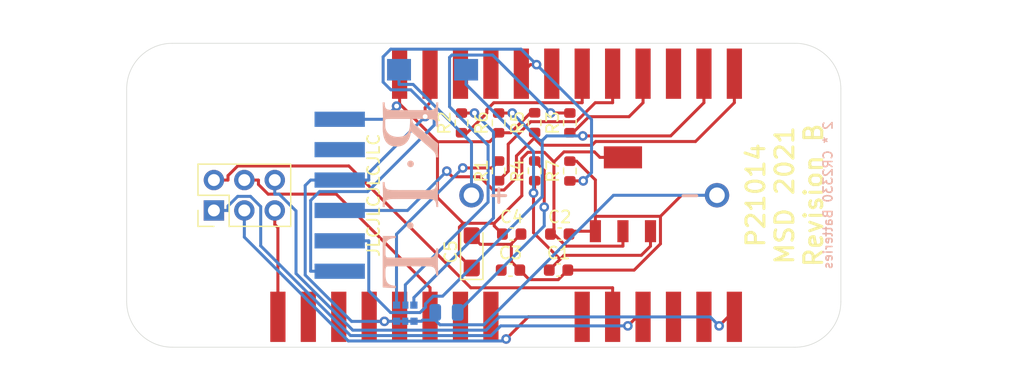
<source format=kicad_pcb>
(kicad_pcb (version 20171130) (host pcbnew "(5.1.9)-1")

  (general
    (thickness 1.6)
    (drawings 28)
    (tracks 256)
    (zones 0)
    (modules 29)
    (nets 34)
  )

  (page A4)
  (layers
    (0 F.Cu signal)
    (31 B.Cu signal)
    (32 B.Adhes user)
    (33 F.Adhes user)
    (34 B.Paste user)
    (35 F.Paste user)
    (36 B.SilkS user)
    (37 F.SilkS user)
    (38 B.Mask user)
    (39 F.Mask user)
    (40 Dwgs.User user)
    (41 Cmts.User user)
    (42 Eco1.User user)
    (43 Eco2.User user)
    (44 Edge.Cuts user)
    (45 Margin user)
    (46 B.CrtYd user)
    (47 F.CrtYd user)
    (48 B.Fab user)
    (49 F.Fab user)
  )

  (setup
    (last_trace_width 0.25)
    (trace_clearance 0.2)
    (zone_clearance 0.508)
    (zone_45_only no)
    (trace_min 0.2)
    (via_size 0.8)
    (via_drill 0.4)
    (via_min_size 0.4)
    (via_min_drill 0.3)
    (uvia_size 0.3)
    (uvia_drill 0.1)
    (uvias_allowed no)
    (uvia_min_size 0.2)
    (uvia_min_drill 0.1)
    (edge_width 0.05)
    (segment_width 0.2)
    (pcb_text_width 0.3)
    (pcb_text_size 1.5 1.5)
    (mod_edge_width 0.12)
    (mod_text_size 1 1)
    (mod_text_width 0.15)
    (pad_size 1.524 1.524)
    (pad_drill 0.762)
    (pad_to_mask_clearance 0)
    (aux_axis_origin 0 0)
    (visible_elements 7FFFFFFF)
    (pcbplotparams
      (layerselection 0x010fc_ffffffff)
      (usegerberextensions false)
      (usegerberattributes true)
      (usegerberadvancedattributes true)
      (creategerberjobfile true)
      (excludeedgelayer true)
      (linewidth 0.100000)
      (plotframeref false)
      (viasonmask false)
      (mode 1)
      (useauxorigin false)
      (hpglpennumber 1)
      (hpglpenspeed 20)
      (hpglpendiameter 15.000000)
      (psnegative false)
      (psa4output false)
      (plotreference true)
      (plotvalue true)
      (plotinvisibletext false)
      (padsonsilk false)
      (subtractmaskfromsilk false)
      (outputformat 1)
      (mirror false)
      (drillshape 0)
      (scaleselection 1)
      (outputdirectory "../##Gerber/RevB/"))
  )

  (net 0 "")
  (net 1 GNDREF)
  (net 2 "Net-(BT1-Pad1)")
  (net 3 +BATT)
  (net 4 +5V)
  (net 5 "Net-(C3-Pad1)")
  (net 6 "Net-(D1-Pad1)")
  (net 7 "Net-(D1-Pad3)")
  (net 8 "Net-(D1-Pad2)")
  (net 9 "Net-(D2-Pad2)")
  (net 10 /SCL)
  (net 11 /RST)
  (net 12 /SDA)
  (net 13 /IMU_A/3v)
  (net 14 "Net-(J3-Pad1)")
  (net 15 "Net-(J3-Pad2)")
  (net 16 "Net-(J3-Pad3)")
  (net 17 "Net-(J3-Pad4)")
  (net 18 "Net-(J3-Pad5)")
  (net 19 "Net-(J3-Pad6)")
  (net 20 "Net-(J4-Pad2)")
  (net 21 "Net-(J4-Pad3)")
  (net 22 "Net-(J4-Pad5)")
  (net 23 "Net-(J4-Pad8)")
  (net 24 "Net-(J4-Pad7)")
  (net 25 "Net-(J5-Pad4)")
  (net 26 "Net-(J5-Pad3)")
  (net 27 "Net-(J5-Pad6)")
  (net 28 /Feather_Board/GREEN)
  (net 29 "Net-(J5-Pad10)")
  (net 30 /Feather_Board/RED)
  (net 31 /Feather_Board/BLUE)
  (net 32 "Net-(J6-Pad4)")
  (net 33 "Net-(J6-Pad5)")

  (net_class Default "This is the default net class."
    (clearance 0.2)
    (trace_width 0.25)
    (via_dia 0.8)
    (via_drill 0.4)
    (uvia_dia 0.3)
    (uvia_drill 0.1)
    (add_net +5V)
    (add_net +BATT)
    (add_net /Feather_Board/BLUE)
    (add_net /Feather_Board/GREEN)
    (add_net /Feather_Board/RED)
    (add_net /IMU_A/3v)
    (add_net /RST)
    (add_net /SCL)
    (add_net /SDA)
    (add_net GNDREF)
    (add_net "Net-(BT1-Pad1)")
    (add_net "Net-(C3-Pad1)")
    (add_net "Net-(D1-Pad1)")
    (add_net "Net-(D1-Pad2)")
    (add_net "Net-(D1-Pad3)")
    (add_net "Net-(D2-Pad2)")
    (add_net "Net-(J3-Pad1)")
    (add_net "Net-(J3-Pad2)")
    (add_net "Net-(J3-Pad3)")
    (add_net "Net-(J3-Pad4)")
    (add_net "Net-(J3-Pad5)")
    (add_net "Net-(J3-Pad6)")
    (add_net "Net-(J4-Pad2)")
    (add_net "Net-(J4-Pad3)")
    (add_net "Net-(J4-Pad5)")
    (add_net "Net-(J4-Pad7)")
    (add_net "Net-(J4-Pad8)")
    (add_net "Net-(J5-Pad10)")
    (add_net "Net-(J5-Pad3)")
    (add_net "Net-(J5-Pad4)")
    (add_net "Net-(J5-Pad6)")
    (add_net "Net-(J6-Pad4)")
    (add_net "Net-(J6-Pad5)")
  )

  (module 0_MSD_FPs:LED_0805_2012Metric (layer B.Cu) (tedit 6151284F) (tstamp 61539CA2)
    (at 193.91 69.95)
    (descr "LED SMD 0805 (2012 Metric), square (rectangular) end terminal, IPC_7351 nominal, (Body size source: https://docs.google.com/spreadsheets/d/1BsfQQcO9C6DZCsRaXUlFlo91Tg2WpOkGARC1WS5S8t0/edit?usp=sharing), generated with kicad-footprint-generator")
    (tags LED)
    (path /614C1039)
    (attr smd)
    (fp_text reference D2 (at 0 2.65) (layer Cmts.User)
      (effects (font (size 1 1) (thickness 0.15)))
    )
    (fp_text value LED (at 0 -2.65) (layer B.Fab)
      (effects (font (size 1 1) (thickness 0.15)) (justify mirror))
    )
    (fp_line (start 1 0.6) (end -0.7 0.6) (layer B.Fab) (width 0.1))
    (fp_line (start -0.7 0.6) (end -1 0.3) (layer B.Fab) (width 0.1))
    (fp_line (start -1 0.3) (end -1 -0.6) (layer B.Fab) (width 0.1))
    (fp_line (start -1 -0.6) (end 1 -0.6) (layer B.Fab) (width 0.1))
    (fp_line (start 1 -0.6) (end 1 0.6) (layer B.Fab) (width 0.1))
    (fp_line (start -1.68 -0.95) (end -1.68 0.95) (layer B.CrtYd) (width 0.05))
    (fp_line (start -1.68 0.95) (end 1.68 0.95) (layer B.CrtYd) (width 0.05))
    (fp_line (start 1.68 0.95) (end 1.68 -0.95) (layer B.CrtYd) (width 0.05))
    (fp_line (start 1.68 -0.95) (end -1.68 -0.95) (layer B.CrtYd) (width 0.05))
    (fp_text user %R (at 0 0) (layer B.Fab)
      (effects (font (size 1 1) (thickness 0.15)) (justify mirror))
    )
    (pad 2 smd roundrect (at 0.9375 0) (size 0.975 1.4) (layers B.Cu B.Paste B.Mask) (roundrect_rratio 0.25)
      (net 9 "Net-(D2-Pad2)"))
    (pad 1 smd roundrect (at -0.9375 0) (size 0.975 1.4) (layers B.Cu B.Paste B.Mask) (roundrect_rratio 0.25)
      (net 1 GNDREF))
    (model ${KISYS3DMOD}/LED_SMD.3dshapes/LED_0805_2012Metric.wrl
      (at (xyz 0 0 0))
      (scale (xyz 1 1 1))
      (rotate (xyz 0 0 0))
    )
  )

  (module MountingHole:MountingHole_2.5mm (layer F.Cu) (tedit 56D1B4CB) (tstamp 6155AF3C)
    (at 169.76 67.78)
    (descr "Mounting Hole 2.5mm, no annular")
    (tags "mounting hole 2.5mm no annular")
    (attr virtual)
    (fp_text reference MH5 (at 0 -3.5) (layer Cmts.User)
      (effects (font (size 1 1) (thickness 0.15)))
    )
    (fp_text value MountingHole_2.5mm (at -3.88 6.96) (layer F.Fab)
      (effects (font (size 1 1) (thickness 0.15)))
    )
    (fp_circle (center 0 0) (end 2.5 0) (layer Cmts.User) (width 0.15))
    (fp_circle (center 0 0) (end 2.75 0) (layer F.CrtYd) (width 0.05))
    (fp_text user %R (at 0.3 0) (layer F.Fab)
      (effects (font (size 1 1) (thickness 0.15)))
    )
    (pad 1 np_thru_hole circle (at 0 0) (size 2.5 2.5) (drill 2.5) (layers *.Cu *.Mask))
  )

  (module MountingHole:MountingHole_2.5mm (layer F.Cu) (tedit 56D1B4CB) (tstamp 6155AF3C)
    (at 169.76 52.54)
    (descr "Mounting Hole 2.5mm, no annular")
    (tags "mounting hole 2.5mm no annular")
    (attr virtual)
    (fp_text reference MH6 (at 0 -3.5) (layer Cmts.User)
      (effects (font (size 1 1) (thickness 0.15)))
    )
    (fp_text value MountingHole_2.5mm (at -0.96 -7.33) (layer F.Fab)
      (effects (font (size 1 1) (thickness 0.15)))
    )
    (fp_circle (center 0 0) (end 2.5 0) (layer Cmts.User) (width 0.15))
    (fp_circle (center 0 0) (end 2.75 0) (layer F.CrtYd) (width 0.05))
    (fp_text user %R (at 0.3 0) (layer F.Fab)
      (effects (font (size 1 1) (thickness 0.15)))
    )
    (pad 1 np_thru_hole circle (at 0 0) (size 2.5 2.5) (drill 2.5) (layers *.Cu *.Mask))
  )

  (module MountingHole:MountingHole_2.5mm (layer F.Cu) (tedit 56D1B4CB) (tstamp 6153BD82)
    (at 224.29 69.05)
    (descr "Mounting Hole 2.5mm, no annular")
    (tags "mounting hole 2.5mm no annular")
    (attr virtual)
    (fp_text reference MH4 (at 0 -3.5) (layer Cmts.User)
      (effects (font (size 1 1) (thickness 0.15)))
    )
    (fp_text value MountingHole_2.5mm (at 1.01 6.36) (layer F.Fab)
      (effects (font (size 1 1) (thickness 0.15)))
    )
    (fp_circle (center 0 0) (end 2.5 0) (layer Cmts.User) (width 0.15))
    (fp_circle (center 0 0) (end 2.75 0) (layer F.CrtYd) (width 0.05))
    (fp_text user %R (at 0.3 0) (layer F.Fab)
      (effects (font (size 1 1) (thickness 0.15)))
    )
    (pad 1 np_thru_hole circle (at 0 0) (size 2.5 2.5) (drill 2.5) (layers *.Cu *.Mask))
  )

  (module MountingHole:MountingHole_2.5mm (layer F.Cu) (tedit 56D1B4CB) (tstamp 6153BD82)
    (at 176.03 69.05)
    (descr "Mounting Hole 2.5mm, no annular")
    (tags "mounting hole 2.5mm no annular")
    (attr virtual)
    (fp_text reference MH3 (at 0 -3.5) (layer Cmts.User)
      (effects (font (size 1 1) (thickness 0.15)))
    )
    (fp_text value MountingHole_2.5mm (at -3.14 5.85) (layer F.Fab)
      (effects (font (size 1 1) (thickness 0.15)))
    )
    (fp_circle (center 0 0) (end 2.5 0) (layer Cmts.User) (width 0.15))
    (fp_circle (center 0 0) (end 2.75 0) (layer F.CrtYd) (width 0.05))
    (fp_text user %R (at 0.3 0) (layer F.Fab)
      (effects (font (size 1 1) (thickness 0.15)))
    )
    (pad 1 np_thru_hole circle (at 0 0) (size 2.5 2.5) (drill 2.5) (layers *.Cu *.Mask))
  )

  (module MountingHole:MountingHole_2.5mm (layer F.Cu) (tedit 56D1B4CB) (tstamp 6153BD82)
    (at 224.29 51.27)
    (descr "Mounting Hole 2.5mm, no annular")
    (tags "mounting hole 2.5mm no annular")
    (attr virtual)
    (fp_text reference MH2 (at 0 -3.5) (layer Cmts.User)
      (effects (font (size 1 1) (thickness 0.15)))
    )
    (fp_text value MountingHole_2.5mm (at -1.06 -6.58) (layer F.Fab)
      (effects (font (size 1 1) (thickness 0.15)))
    )
    (fp_circle (center 0 0) (end 2.5 0) (layer Cmts.User) (width 0.15))
    (fp_circle (center 0 0) (end 2.75 0) (layer F.CrtYd) (width 0.05))
    (fp_text user %R (at 0.3 0) (layer F.Fab)
      (effects (font (size 1 1) (thickness 0.15)))
    )
    (pad 1 np_thru_hole circle (at 0 0) (size 2.5 2.5) (drill 2.5) (layers *.Cu *.Mask))
  )

  (module MountingHole:MountingHole_2.5mm (layer F.Cu) (tedit 56D1B4CB) (tstamp 6153BD22)
    (at 176.03 51.27)
    (descr "Mounting Hole 2.5mm, no annular")
    (tags "mounting hole 2.5mm no annular")
    (attr virtual)
    (fp_text reference MH1 (at 0 -3.5) (layer Cmts.User)
      (effects (font (size 1 1) (thickness 0.15)))
    )
    (fp_text value MountingHole_2.5mm (at -0.64 -6.51) (layer F.Fab)
      (effects (font (size 1 1) (thickness 0.15)))
    )
    (fp_circle (center 0 0) (end 2.5 0) (layer Cmts.User) (width 0.15))
    (fp_circle (center 0 0) (end 2.75 0) (layer F.CrtYd) (width 0.05))
    (fp_text user %R (at 0.3 0) (layer F.Fab)
      (effects (font (size 1 1) (thickness 0.15)))
    )
    (pad 1 np_thru_hole circle (at 0 0) (size 2.5 2.5) (drill 2.5) (layers *.Cu *.Mask))
  )

  (module 0_MSD_FPs:AJS-Coin-Cell_1027-Digikey (layer B.Cu) (tedit 6151220B) (tstamp 61539C2A)
    (at 196 60.16)
    (path /6149E215)
    (fp_text reference BT1 (at 11.74 1.99) (layer Cmts.User)
      (effects (font (size 1 1) (thickness 0.15)))
    )
    (fp_text value Battery_Cell (at 3.16 2.29) (layer Cmts.User)
      (effects (font (size 1 1) (thickness 0.15)))
    )
    (fp_line (start -6 14) (end 26.5 14) (layer B.CrtYd) (width 0.12))
    (fp_line (start 26.5 14) (end 26.5 -14) (layer B.CrtYd) (width 0.12))
    (fp_line (start 26.5 -14) (end -6 -14) (layer B.CrtYd) (width 0.12))
    (fp_line (start -6 -14) (end -6 14) (layer B.CrtYd) (width 0.12))
    (fp_text user - (at 18.23 -0.07) (layer B.SilkS)
      (effects (font (size 1.5 1.5) (thickness 0.25)) (justify mirror))
    )
    (fp_text user + (at 2.28 -0.08) (layer B.SilkS)
      (effects (font (size 1.5 1.5) (thickness 0.25)) (justify mirror))
    )
    (pad 2 thru_hole circle (at 20.49 0) (size 2.04 2.04) (drill 1.3) (layers *.Cu *.Mask)
      (net 1 GNDREF))
    (pad 1 thru_hole circle (at 0 0) (size 2.04 2.04) (drill 1.3) (layers *.Cu *.Mask)
      (net 2 "Net-(BT1-Pad1)"))
    (model C:/Users/Adam/Documents/#Code/Basketball_Shot_Trainer/Board/#Parts/keystone-PN1027.STEP
      (offset (xyz 15 0 2.5))
      (scale (xyz 1 1 1))
      (rotate (xyz -90 0 90))
    )
  )

  (module 0_MSD_FPs:RIT_Logo (layer B.Cu) (tedit 0) (tstamp 615193D2)
    (at 190.9 60.16 270)
    (fp_text reference G55 (at 0 0 270) (layer B.SilkS) hide
      (effects (font (size 1.524 1.524) (thickness 0.3)) (justify mirror))
    )
    (fp_text value LOGO (at 0.41 0.16 270) (layer B.SilkS) hide
      (effects (font (size 1.524 1.524) (thickness 0.3)) (justify mirror))
    )
    (fp_poly (pts (xy -7.601373 2.307178) (xy -7.556845 2.305972) (xy -7.501524 2.304477) (xy -7.438159 2.302769)
      (xy -7.369497 2.30092) (xy -7.298288 2.299005) (xy -7.227281 2.297098) (xy -7.1628 2.295368)
      (xy -7.014933 2.291865) (xy -6.8695 2.28932) (xy -6.728279 2.28774) (xy -6.593046 2.287132)
      (xy -6.465577 2.287501) (xy -6.34765 2.288854) (xy -6.24104 2.291199) (xy -6.21792 2.291891)
      (xy -6.168204 2.293515) (xy -6.122247 2.295111) (xy -6.081992 2.296607) (xy -6.049383 2.297925)
      (xy -6.026363 2.298992) (xy -6.014878 2.299731) (xy -6.01472 2.299749) (xy -6.003956 2.300378)
      (xy -5.981422 2.301236) (xy -5.948891 2.30227) (xy -5.908138 2.30343) (xy -5.860936 2.304663)
      (xy -5.809059 2.305917) (xy -5.78104 2.306556) (xy -5.597796 2.30754) (xy -5.426209 2.301996)
      (xy -5.266027 2.28985) (xy -5.116999 2.27103) (xy -4.978872 2.245462) (xy -4.851394 2.213074)
      (xy -4.734314 2.173793) (xy -4.627378 2.127545) (xy -4.530336 2.074258) (xy -4.442934 2.01386)
      (xy -4.364921 1.946276) (xy -4.302094 1.878729) (xy -4.244164 1.802532) (xy -4.195633 1.722748)
      (xy -4.1556 1.637357) (xy -4.123165 1.544339) (xy -4.097428 1.441675) (xy -4.089651 1.40208)
      (xy -4.083464 1.35843) (xy -4.078798 1.30511) (xy -4.075675 1.245242) (xy -4.074116 1.181944)
      (xy -4.074144 1.118336) (xy -4.075779 1.057539) (xy -4.079044 1.002672) (xy -4.08396 0.956855)
      (xy -4.086443 0.941493) (xy -4.107799 0.842303) (xy -4.134072 0.752749) (xy -4.166493 0.669432)
      (xy -4.20629 0.588953) (xy -4.227368 0.552026) (xy -4.292272 0.455939) (xy -4.368498 0.367105)
      (xy -4.455785 0.285757) (xy -4.553871 0.212127) (xy -4.662491 0.146447) (xy -4.716931 0.118477)
      (xy -4.778733 0.089625) (xy -4.83859 0.064525) (xy -4.898614 0.042594) (xy -4.960912 0.02325)
      (xy -5.027594 0.005911) (xy -5.100769 -0.010004) (xy -5.182547 -0.025078) (xy -5.275035 -0.039893)
      (xy -5.30926 -0.044969) (xy -5.3239 -0.047886) (xy -5.327231 -0.052187) (xy -5.322048 -0.059698)
      (xy -5.316412 -0.066172) (xy -5.302429 -0.082223) (xy -5.280652 -0.107212) (xy -5.251635 -0.140506)
      (xy -5.215932 -0.181467) (xy -5.174098 -0.229461) (xy -5.126687 -0.283852) (xy -5.074253 -0.344003)
      (xy -5.017349 -0.40928) (xy -4.956531 -0.479046) (xy -4.892352 -0.552666) (xy -4.825367 -0.629504)
      (xy -4.77186 -0.69088) (xy -4.697975 -0.775637) (xy -4.623093 -0.86155) (xy -4.548096 -0.947605)
      (xy -4.47387 -1.032786) (xy -4.401299 -1.116078) (xy -4.331267 -1.196466) (xy -4.264659 -1.272936)
      (xy -4.202358 -1.344471) (xy -4.145249 -1.410057) (xy -4.094217 -1.468678) (xy -4.050145 -1.51932)
      (xy -4.013917 -1.560967) (xy -4.007779 -1.568027) (xy -3.937116 -1.648929) (xy -3.874344 -1.719968)
      (xy -3.81883 -1.781807) (xy -3.769939 -1.835111) (xy -3.727038 -1.880545) (xy -3.689493 -1.918773)
      (xy -3.65667 -1.95046) (xy -3.627937 -1.97627) (xy -3.60266 -1.996868) (xy -3.589867 -2.00631)
      (xy -3.51312 -2.053249) (xy -3.426675 -2.092101) (xy -3.329952 -2.123095) (xy -3.24612 -2.142131)
      (xy -3.16992 -2.156713) (xy -3.16992 -2.31648) (xy -3.21564 -2.31635) (xy -3.237817 -2.315942)
      (xy -3.270178 -2.314894) (xy -3.309382 -2.313337) (xy -3.35209 -2.3114) (xy -3.38328 -2.309836)
      (xy -3.475202 -2.305095) (xy -3.555238 -2.301171) (xy -3.625023 -2.298055) (xy -3.686194 -2.295738)
      (xy -3.740387 -2.294208) (xy -3.789236 -2.293457) (xy -3.834377 -2.293475) (xy -3.877446 -2.294252)
      (xy -3.920079 -2.295777) (xy -3.963912 -2.298042) (xy -4.010579 -2.301036) (xy -4.061716 -2.30475)
      (xy -4.07416 -2.305696) (xy -4.098611 -2.307326) (xy -4.132556 -2.309266) (xy -4.171952 -2.311299)
      (xy -4.212758 -2.313209) (xy -4.223173 -2.313662) (xy -4.324773 -2.318003) (xy -4.477546 -2.129282)
      (xy -4.501089 -2.100171) (xy -4.532441 -2.061363) (xy -4.570914 -2.01371) (xy -4.615819 -1.958065)
      (xy -4.66647 -1.895281) (xy -4.722177 -1.826212) (xy -4.782254 -1.751709) (xy -4.846013 -1.672627)
      (xy -4.912765 -1.589817) (xy -4.981823 -1.504134) (xy -5.052499 -1.41643) (xy -5.124105 -1.327559)
      (xy -5.195029 -1.23952) (xy -5.291376 -1.119937) (xy -5.379633 -1.010457) (xy -5.460184 -0.910613)
      (xy -5.533415 -0.819942) (xy -5.599711 -0.737979) (xy -5.659459 -0.664258) (xy -5.713043 -0.598316)
      (xy -5.76085 -0.539687) (xy -5.803264 -0.487906) (xy -5.840671 -0.442509) (xy -5.873457 -0.403031)
      (xy -5.902008 -0.369006) (xy -5.926708 -0.339971) (xy -5.947943 -0.315459) (xy -5.9661 -0.295008)
      (xy -5.981562 -0.278151) (xy -5.994717 -0.264424) (xy -6.005949 -0.253361) (xy -6.015644 -0.244499)
      (xy -6.024187 -0.237373) (xy -6.029736 -0.233134) (xy -6.058604 -0.214095) (xy -6.088861 -0.199225)
      (xy -6.122975 -0.187851) (xy -6.163413 -0.179301) (xy -6.212642 -0.172902) (xy -6.267547 -0.168356)
      (xy -6.309201 -0.165709) (xy -6.339294 -0.164326) (xy -6.359758 -0.164241) (xy -6.372523 -0.165484)
      (xy -6.379519 -0.168089) (xy -6.38171 -0.17026) (xy -6.382684 -0.178379) (xy -6.383499 -0.198929)
      (xy -6.384161 -0.230795) (xy -6.384676 -0.272863) (xy -6.385051 -0.324019) (xy -6.38529 -0.383146)
      (xy -6.3854 -0.449132) (xy -6.385387 -0.520861) (xy -6.385258 -0.597218) (xy -6.385017 -0.67709)
      (xy -6.384672 -0.75936) (xy -6.384228 -0.842916) (xy -6.383691 -0.926641) (xy -6.383068 -1.009422)
      (xy -6.382363 -1.090143) (xy -6.381584 -1.167691) (xy -6.380736 -1.24095) (xy -6.379825 -1.308806)
      (xy -6.378858 -1.370144) (xy -6.37784 -1.42385) (xy -6.376778 -1.468808) (xy -6.375676 -1.503905)
      (xy -6.374543 -1.528026) (xy -6.37436 -1.530774) (xy -6.36761 -1.618965) (xy -6.360628 -1.694799)
      (xy -6.353246 -1.759467) (xy -6.345299 -1.814157) (xy -6.336622 -1.860059) (xy -6.327047 -1.898363)
      (xy -6.319966 -1.920599) (xy -6.294804 -1.976878) (xy -6.261605 -2.023937) (xy -6.219225 -2.062833)
      (xy -6.16652 -2.09462) (xy -6.104318 -2.119705) (xy -6.067026 -2.13052) (xy -6.025656 -2.139292)
      (xy -5.978075 -2.146312) (xy -5.922152 -2.15187) (xy -5.855754 -2.156254) (xy -5.823373 -2.157854)
      (xy -5.73024 -2.162081) (xy -5.73024 -2.318395) (xy -5.914813 -2.313905) (xy -5.968316 -2.312544)
      (xy -6.021712 -2.311076) (xy -6.072195 -2.309587) (xy -6.116957 -2.308161) (xy -6.153193 -2.306885)
      (xy -6.173893 -2.306041) (xy -6.240965 -2.303241) (xy -6.313071 -2.300659) (xy -6.388186 -2.298335)
      (xy -6.464285 -2.296308) (xy -6.539341 -2.29462) (xy -6.61133 -2.293311) (xy -6.678226 -2.292422)
      (xy -6.738003 -2.291993) (xy -6.788635 -2.292064) (xy -6.828098 -2.292677) (xy -6.833462 -2.292835)
      (xy -6.905387 -2.295111) (xy -6.981213 -2.297445) (xy -7.05958 -2.299799) (xy -7.139129 -2.302138)
      (xy -7.218503 -2.304423) (xy -7.296341 -2.306619) (xy -7.371285 -2.308686) (xy -7.441976 -2.31059)
      (xy -7.507055 -2.312291) (xy -7.565163 -2.313754) (xy -7.614942 -2.314941) (xy -7.655032 -2.315815)
      (xy -7.684075 -2.316338) (xy -7.698871 -2.31648) (xy -7.76224 -2.31648) (xy -7.76224 -2.162681)
      (xy -7.710418 -2.158301) (xy -7.676129 -2.156002) (xy -7.638727 -2.154401) (xy -7.610512 -2.15388)
      (xy -7.580886 -2.152736) (xy -7.54452 -2.149731) (xy -7.508 -2.145441) (xy -7.49808 -2.144003)
      (xy -7.418202 -2.127922) (xy -7.349914 -2.105583) (xy -7.292527 -2.076442) (xy -7.245349 -2.039959)
      (xy -7.207691 -1.995591) (xy -7.178862 -1.942796) (xy -7.15817 -1.881031) (xy -7.156974 -1.876214)
      (xy -7.14811 -1.832859) (xy -7.139639 -1.778201) (xy -7.131784 -1.714481) (xy -7.12477 -1.643939)
      (xy -7.118821 -1.568819) (xy -7.114162 -1.491361) (xy -7.111178 -1.419014) (xy -7.110754 -1.398364)
      (xy -7.110368 -1.365133) (xy -7.110021 -1.320135) (xy -7.109711 -1.264185) (xy -7.109439 -1.198098)
      (xy -7.109202 -1.122689) (xy -7.109001 -1.038773) (xy -7.108835 -0.947166) (xy -7.108702 -0.848682)
      (xy -7.108603 -0.744136) (xy -7.108536 -0.634343) (xy -7.108501 -0.520119) (xy -7.108497 -0.402277)
      (xy -7.108523 -0.281634) (xy -7.108578 -0.159005) (xy -7.108662 -0.035203) (xy -7.108775 0.088955)
      (xy -7.108914 0.212655) (xy -7.10908 0.335081) (xy -7.109272 0.45542) (xy -7.109335 0.489825)
      (xy -6.386207 0.489825) (xy -6.38618 0.40166) (xy -6.386111 0.320976) (xy -6.386 0.248537)
      (xy -6.385849 0.185105) (xy -6.385658 0.131443) (xy -6.385428 0.088313) (xy -6.385161 0.056478)
      (xy -6.384856 0.0367) (xy -6.384532 0.02977) (xy -6.378401 0.026422) (xy -6.362355 0.024411)
      (xy -6.335263 0.023672) (xy -6.295998 0.024143) (xy -6.287863 0.024343) (xy -6.25262 0.025225)
      (xy -6.207415 0.026301) (xy -6.155829 0.02749) (xy -6.101445 0.028709) (xy -6.047845 0.029876)
      (xy -6.031653 0.030221) (xy -5.883841 0.036216) (xy -5.74804 0.047875) (xy -5.623835 0.065475)
      (xy -5.510807 0.089293) (xy -5.408541 0.119608) (xy -5.316618 0.156695) (xy -5.234622 0.200833)
      (xy -5.162134 0.252298) (xy -5.098739 0.311368) (xy -5.044018 0.37832) (xy -4.997555 0.453432)
      (xy -4.958933 0.53698) (xy -4.927733 0.629242) (xy -4.903539 0.730495) (xy -4.893629 0.786537)
      (xy -4.888251 0.829847) (xy -4.883901 0.883184) (xy -4.880668 0.94306) (xy -4.878641 1.005986)
      (xy -4.877909 1.068475) (xy -4.878559 1.127039) (xy -4.880681 1.178191) (xy -4.882965 1.206538)
      (xy -4.901305 1.329598) (xy -4.929934 1.445144) (xy -4.968555 1.552764) (xy -5.016871 1.652051)
      (xy -5.074583 1.742593) (xy -5.141394 1.823983) (xy -5.217007 1.895809) (xy -5.301124 1.957664)
      (xy -5.393447 2.009137) (xy -5.493679 2.049818) (xy -5.49656 2.050786) (xy -5.5382 2.063946)
      (xy -5.578771 2.074997) (xy -5.619943 2.084117) (xy -5.663387 2.091485) (xy -5.710772 2.097278)
      (xy -5.763769 2.101673) (xy -5.824046 2.10485) (xy -5.893275 2.106985) (xy -5.973125 2.108257)
      (xy -6.040528 2.10875) (xy -6.108593 2.109037) (xy -6.164491 2.109078) (xy -6.209602 2.108673)
      (xy -6.245307 2.107624) (xy -6.272985 2.10573) (xy -6.294016 2.102791) (xy -6.30978 2.098609)
      (xy -6.321658 2.092984) (xy -6.331029 2.085716) (xy -6.339273 2.076605) (xy -6.34777 2.065453)
      (xy -6.348715 2.06418) (xy -6.353475 2.057988) (xy -6.357785 2.052418) (xy -6.361667 2.046801)
      (xy -6.365146 2.040468) (xy -6.368244 2.03275) (xy -6.370986 2.022979) (xy -6.373395 2.010484)
      (xy -6.375495 1.994598) (xy -6.377309 1.97465) (xy -6.378861 1.949973) (xy -6.380174 1.919896)
      (xy -6.381273 1.883752) (xy -6.38218 1.84087) (xy -6.382919 1.790582) (xy -6.383514 1.732219)
      (xy -6.383989 1.665111) (xy -6.384367 1.588591) (xy -6.384671 1.501988) (xy -6.384926 1.404634)
      (xy -6.385154 1.295859) (xy -6.38538 1.174995) (xy -6.385627 1.041373) (xy -6.385674 1.016192)
      (xy -6.385873 0.902055) (xy -6.386024 0.791588) (xy -6.38613 0.685552) (xy -6.38619 0.58471)
      (xy -6.386207 0.489825) (xy -7.109335 0.489825) (xy -7.109489 0.572854) (xy -7.10973 0.686571)
      (xy -7.109994 0.795754) (xy -7.110282 0.899588) (xy -7.110591 0.997259) (xy -7.110922 1.087952)
      (xy -7.111273 1.170852) (xy -7.111644 1.245142) (xy -7.112035 1.31001) (xy -7.112443 1.364639)
      (xy -7.112869 1.408214) (xy -7.113313 1.439921) (xy -7.113772 1.458944) (xy -7.113799 1.459653)
      (xy -7.119756 1.572708) (xy -7.128005 1.673477) (xy -7.138516 1.76176) (xy -7.151257 1.837355)
      (xy -7.166199 1.900061) (xy -7.183309 1.949677) (xy -7.191492 1.96726) (xy -7.206136 1.989179)
      (xy -7.228334 2.014982) (xy -7.254419 2.040966) (xy -7.280725 2.063427) (xy -7.299585 2.076441)
      (xy -7.347041 2.099906) (xy -7.401303 2.11831) (xy -7.46373 2.131912) (xy -7.535675 2.140968)
      (xy -7.618496 2.145737) (xy -7.669107 2.146625) (xy -7.76224 2.147146) (xy -7.76224 2.311543)
      (xy -7.601373 2.307178)) (layer B.SilkS) (width 0.01))
    (fp_poly (pts (xy 0.97536 2.147146) (xy 0.889 2.147127) (xy 0.787702 2.143713) (xy 0.697803 2.133383)
      (xy 0.618936 2.115942) (xy 0.550736 2.091189) (xy 0.492837 2.058927) (xy 0.444871 2.018957)
      (xy 0.406475 1.971081) (xy 0.37728 1.915101) (xy 0.359196 1.860099) (xy 0.34646 1.801172)
      (xy 0.335233 1.730494) (xy 0.325724 1.649797) (xy 0.318141 1.560812) (xy 0.313367 1.479973)
      (xy 0.31286 1.462578) (xy 0.312366 1.432329) (xy 0.311888 1.389919) (xy 0.311429 1.336042)
      (xy 0.31099 1.271389) (xy 0.310574 1.196654) (xy 0.310183 1.112529) (xy 0.30982 1.019708)
      (xy 0.309488 0.918884) (xy 0.309187 0.810749) (xy 0.308922 0.695996) (xy 0.308693 0.575318)
      (xy 0.308504 0.449408) (xy 0.308357 0.318959) (xy 0.308254 0.184664) (xy 0.308197 0.047215)
      (xy 0.308187 -0.044027) (xy 0.30819 -0.212706) (xy 0.308208 -0.368436) (xy 0.308252 -0.511814)
      (xy 0.308331 -0.643436) (xy 0.308456 -0.7639) (xy 0.308639 -0.873804) (xy 0.308889 -0.973743)
      (xy 0.309217 -1.064315) (xy 0.309635 -1.146118) (xy 0.310152 -1.219749) (xy 0.31078 -1.285804)
      (xy 0.311529 -1.344881) (xy 0.312409 -1.397577) (xy 0.313431 -1.444489) (xy 0.314607 -1.486214)
      (xy 0.315946 -1.52335) (xy 0.317459 -1.556493) (xy 0.319157 -1.58624) (xy 0.321051 -1.61319)
      (xy 0.323151 -1.637938) (xy 0.325467 -1.661082) (xy 0.328011 -1.683219) (xy 0.330794 -1.704947)
      (xy 0.333825 -1.726862) (xy 0.337115 -1.749562) (xy 0.338813 -1.761067) (xy 0.349884 -1.826482)
      (xy 0.362445 -1.880592) (xy 0.377395 -1.925628) (xy 0.395633 -1.963819) (xy 0.418059 -1.997395)
      (xy 0.445572 -2.028585) (xy 0.447496 -2.030521) (xy 0.484036 -2.062147) (xy 0.525814 -2.088576)
      (xy 0.574115 -2.110183) (xy 0.63022 -2.127342) (xy 0.695414 -2.140428) (xy 0.770981 -2.149816)
      (xy 0.858204 -2.155879) (xy 0.880533 -2.156863) (xy 0.914128 -2.158202) (xy 0.942428 -2.159334)
      (xy 0.962907 -2.160157) (xy 0.973038 -2.16057) (xy 0.973667 -2.160598) (xy 0.974333 -2.166965)
      (xy 0.974876 -2.1842) (xy 0.975238 -2.209625) (xy 0.97536 -2.238587) (xy 0.97536 -2.31648)
      (xy 0.914033 -2.31648) (xy 0.895585 -2.316271) (xy 0.865109 -2.315673) (xy 0.824118 -2.314728)
      (xy 0.774124 -2.31348) (xy 0.716639 -2.311973) (xy 0.653176 -2.310248) (xy 0.585247 -2.308349)
      (xy 0.514365 -2.306319) (xy 0.442041 -2.304202) (xy 0.369788 -2.302039) (xy 0.299118 -2.299875)
      (xy 0.231544 -2.297753) (xy 0.168578 -2.295715) (xy 0.111732 -2.293804) (xy 0.08441 -2.292851)
      (xy 0.051754 -2.292179) (xy 0.007424 -2.291993) (xy -0.046719 -2.292258) (xy -0.108813 -2.292938)
      (xy -0.176995 -2.293998) (xy -0.249403 -2.295402) (xy -0.324175 -2.297114) (xy -0.39945 -2.299098)
      (xy -0.473364 -2.301319) (xy -0.544057 -2.303741) (xy -0.602827 -2.306039) (xy -0.630183 -2.307045)
      (xy -0.668486 -2.308258) (xy -0.71514 -2.309605) (xy -0.767546 -2.311014) (xy -0.823109 -2.312413)
      (xy -0.879231 -2.313731) (xy -0.885613 -2.313874) (xy -1.090507 -2.318452) (xy -1.090507 -2.162681)
      (xy -1.038685 -2.158301) (xy -1.004396 -2.156002) (xy -0.966994 -2.154401) (xy -0.938778 -2.15388)
      (xy -0.884729 -2.151125) (xy -0.825016 -2.143595) (xy -0.765559 -2.13227) (xy -0.712279 -2.118131)
      (xy -0.701581 -2.114605) (xy -0.635629 -2.085834) (xy -0.580247 -2.048613) (xy -0.535385 -2.002897)
      (xy -0.500989 -1.948642) (xy -0.496704 -1.939709) (xy -0.482228 -1.900662) (xy -0.468859 -1.849115)
      (xy -0.456759 -1.78608) (xy -0.446086 -1.712569) (xy -0.437 -1.629596) (xy -0.429662 -1.538173)
      (xy -0.4273 -1.500294) (xy -0.426735 -1.483613) (xy -0.42621 -1.454411) (xy -0.425726 -1.413452)
      (xy -0.425282 -1.361498) (xy -0.424877 -1.29931) (xy -0.42451 -1.227653) (xy -0.424183 -1.147286)
      (xy -0.423893 -1.058975) (xy -0.423641 -0.96348) (xy -0.423426 -0.861564) (xy -0.423248 -0.753989)
      (xy -0.423106 -0.641519) (xy -0.423 -0.524915) (xy -0.42293 -0.40494) (xy -0.422894 -0.282356)
      (xy -0.422894 -0.157926) (xy -0.422927 -0.032412) (xy -0.422995 0.093424) (xy -0.423095 0.218819)
      (xy -0.423229 0.34301) (xy -0.423395 0.465236) (xy -0.423593 0.584733) (xy -0.423823 0.70074)
      (xy -0.424084 0.812493) (xy -0.424376 0.919232) (xy -0.424698 1.020192) (xy -0.42505 1.114612)
      (xy -0.425431 1.201729) (xy -0.425842 1.280781) (xy -0.426281 1.351006) (xy -0.426749 1.411641)
      (xy -0.427244 1.461923) (xy -0.427767 1.50109) (xy -0.428317 1.52838) (xy -0.428893 1.54303)
      (xy -0.429005 1.54432) (xy -0.431805 1.570851) (xy -0.435357 1.605247) (xy -0.439085 1.641891)
      (xy -0.440851 1.659466) (xy -0.451554 1.747653) (xy -0.464778 1.82289) (xy -0.480611 1.885555)
      (xy -0.499143 1.936026) (xy -0.512409 1.962014) (xy -0.533456 1.99068) (xy -0.562942 2.021399)
      (xy -0.596941 2.050688) (xy -0.631527 2.075067) (xy -0.653491 2.087116) (xy -0.718515 2.11168)
      (xy -0.794732 2.129928) (xy -0.881277 2.141712) (xy -0.977282 2.146884) (xy -1.004147 2.147127)
      (xy -1.090507 2.147146) (xy -1.090507 2.311541) (xy -0.946573 2.307137) (xy -0.822574 2.3033)
      (xy -0.705308 2.299576) (xy -0.589086 2.295782) (xy -0.468213 2.291732) (xy -0.39624 2.289278)
      (xy -0.352809 2.28811) (xy -0.299967 2.28721) (xy -0.239648 2.28657) (xy -0.173785 2.286181)
      (xy -0.104314 2.286035) (xy -0.033167 2.286125) (xy 0.037719 2.286441) (xy 0.106412 2.286976)
      (xy 0.170977 2.287722) (xy 0.22948 2.288669) (xy 0.279986 2.289811) (xy 0.320562 2.291138)
      (xy 0.346257 2.292436) (xy 0.368094 2.293579) (xy 0.400633 2.294906) (xy 0.441028 2.29632)
      (xy 0.486439 2.297723) (xy 0.534021 2.299016) (xy 0.54864 2.299377) (xy 0.604536 2.300775)
      (xy 0.666832 2.302423) (xy 0.730454 2.304182) (xy 0.790326 2.30591) (xy 0.8382 2.307367)
      (xy 0.97536 2.311693) (xy 0.97536 2.147146)) (layer B.SilkS) (width 0.01))
    (fp_poly (pts (xy 5.7566 2.309704) (xy 5.945957 2.309695) (xy 6.122643 2.309677) (xy 6.287094 2.309648)
      (xy 6.439749 2.309604) (xy 6.581044 2.309545) (xy 6.711417 2.309467) (xy 6.831305 2.309368)
      (xy 6.941146 2.309246) (xy 7.041378 2.309097) (xy 7.132438 2.308921) (xy 7.214763 2.308713)
      (xy 7.28879 2.308473) (xy 7.354958 2.308197) (xy 7.413703 2.307883) (xy 7.465464 2.307529)
      (xy 7.510677 2.307132) (xy 7.549779 2.306689) (xy 7.58321 2.3062) (xy 7.611405 2.30566)
      (xy 7.634802 2.305068) (xy 7.653839 2.304421) (xy 7.668954 2.303716) (xy 7.680583 2.302952)
      (xy 7.689164 2.302126) (xy 7.695134 2.301236) (xy 7.698932 2.300278) (xy 7.700994 2.299251)
      (xy 7.701758 2.298153) (xy 7.701798 2.297853) (xy 7.703354 2.281312) (xy 7.704213 2.27584)
      (xy 7.705196 2.265694) (xy 7.706606 2.244732) (xy 7.70828 2.21567) (xy 7.710054 2.181227)
      (xy 7.710712 2.167466) (xy 7.712641 2.128268) (xy 7.714679 2.090099) (xy 7.716611 2.056846)
      (xy 7.718217 2.032395) (xy 7.718502 2.028613) (xy 7.719609 2.012432) (xy 7.721334 1.984567)
      (xy 7.723569 1.946863) (xy 7.726208 1.901165) (xy 7.729145 1.849315) (xy 7.732273 1.793158)
      (xy 7.735147 1.740746) (xy 7.738348 1.682481) (xy 7.74145 1.627031) (xy 7.744348 1.57621)
      (xy 7.746936 1.531832) (xy 7.749108 1.49571) (xy 7.750759 1.469658) (xy 7.751715 1.456266)
      (xy 7.753171 1.435737) (xy 7.755 1.405358) (xy 7.756993 1.368816) (xy 7.758942 1.329797)
      (xy 7.759444 1.319106) (xy 7.764062 1.2192) (xy 7.57463 1.2192) (xy 7.570209 1.281853)
      (xy 7.567828 1.312764) (xy 7.56528 1.341305) (xy 7.562995 1.362802) (xy 7.562276 1.368213)
      (xy 7.544604 1.470945) (xy 7.523565 1.561809) (xy 7.498623 1.642188) (xy 7.469245 1.713462)
      (xy 7.434893 1.777012) (xy 7.395034 1.834218) (xy 7.370158 1.863942) (xy 7.314391 1.916607)
      (xy 7.247201 1.962316) (xy 7.16885 2.000969) (xy 7.079599 2.032464) (xy 6.979711 2.056698)
      (xy 6.869446 2.073571) (xy 6.81736 2.078665) (xy 6.793767 2.079992) (xy 6.758618 2.08114)
      (xy 6.713902 2.082083) (xy 6.661607 2.082794) (xy 6.603722 2.083247) (xy 6.542238 2.083417)
      (xy 6.479142 2.083277) (xy 6.468533 2.083221) (xy 6.399082 2.082777) (xy 6.341646 2.082263)
      (xy 6.294691 2.081608) (xy 6.256685 2.080741) (xy 6.226096 2.07959) (xy 6.201391 2.078086)
      (xy 6.181039 2.076157) (xy 6.163505 2.073731) (xy 6.147259 2.070739) (xy 6.133253 2.067682)
      (xy 6.082631 2.054486) (xy 6.042718 2.040174) (xy 6.01068 2.023507) (xy 5.98368 2.003249)
      (xy 5.981793 2.001563) (xy 5.976789 1.997502) (xy 5.972136 1.994362) (xy 5.967822 1.991659)
      (xy 5.963834 1.98891) (xy 5.960161 1.985632) (xy 5.956789 1.981341) (xy 5.953707 1.975553)
      (xy 5.950903 1.967785) (xy 5.948365 1.957553) (xy 5.94608 1.944374) (xy 5.944036 1.927764)
      (xy 5.942221 1.90724) (xy 5.940623 1.882319) (xy 5.939229 1.852516) (xy 5.938028 1.817348)
      (xy 5.937007 1.776333) (xy 5.936154 1.728985) (xy 5.935457 1.674822) (xy 5.934903 1.613361)
      (xy 5.934481 1.544116) (xy 5.934179 1.466607) (xy 5.933983 1.380347) (xy 5.933882 1.284855)
      (xy 5.933864 1.179647) (xy 5.933916 1.064238) (xy 5.934027 0.938146) (xy 5.934184 0.800888)
      (xy 5.934375 0.651978) (xy 5.934587 0.490935) (xy 5.93481 0.317274) (xy 5.935012 0.145626)
      (xy 5.935221 -0.037984) (xy 5.935423 -0.208547) (xy 5.935623 -0.366565) (xy 5.935824 -0.512536)
      (xy 5.936031 -0.646961) (xy 5.936247 -0.770341) (xy 5.936476 -0.883175) (xy 5.936723 -0.985964)
      (xy 5.936991 -1.079208) (xy 5.937284 -1.163406) (xy 5.937606 -1.23906) (xy 5.937961 -1.30667)
      (xy 5.938354 -1.366735) (xy 5.938787 -1.419755) (xy 5.939264 -1.466232) (xy 5.939791 -1.506665)
      (xy 5.94037 -1.541555) (xy 5.941006 -1.571401) (xy 5.941703 -1.596703) (xy 5.942464 -1.617963)
      (xy 5.943293 -1.63568) (xy 5.944195 -1.650354) (xy 5.945173 -1.662486) (xy 5.946231 -1.672575)
      (xy 5.947374 -1.681123) (xy 5.948605 -1.688628) (xy 5.949482 -1.693334) (xy 5.968629 -1.775041)
      (xy 5.992473 -1.84512) (xy 6.021822 -1.904919) (xy 6.057485 -1.955786) (xy 6.100269 -1.999071)
      (xy 6.150983 -2.03612) (xy 6.157254 -2.039978) (xy 6.216256 -2.069844) (xy 6.287584 -2.09569)
      (xy 6.370585 -2.117369) (xy 6.464605 -2.134737) (xy 6.568989 -2.147649) (xy 6.678507 -2.155725)
      (xy 6.708987 -2.157307) (xy 6.710903 -2.237878) (xy 6.71282 -2.318449) (xy 6.48061 -2.313912)
      (xy 6.422039 -2.312716) (xy 6.364494 -2.311447) (xy 6.310224 -2.310161) (xy 6.261477 -2.308914)
      (xy 6.220501 -2.307764) (xy 6.189545 -2.306765) (xy 6.17728 -2.306288) (xy 6.000913 -2.299764)
      (xy 5.824412 -2.295567) (xy 5.645381 -2.293695) (xy 5.461423 -2.294147) (xy 5.270141 -2.296921)
      (xy 5.069139 -2.302015) (xy 4.961467 -2.305529) (xy 4.923441 -2.306761) (xy 4.875015 -2.308182)
      (xy 4.819336 -2.309709) (xy 4.759548 -2.311257) (xy 4.698795 -2.312744) (xy 4.641427 -2.314058)
      (xy 4.436533 -2.318566) (xy 4.436533 -2.15392) (xy 4.482253 -2.153437) (xy 4.510816 -2.15275)
      (xy 4.538286 -2.15146) (xy 4.555067 -2.150179) (xy 4.651579 -2.138884) (xy 4.735917 -2.125832)
      (xy 4.809383 -2.110608) (xy 4.873283 -2.092797) (xy 4.92892 -2.071984) (xy 4.977601 -2.047754)
      (xy 5.020628 -2.019692) (xy 5.055294 -1.991095) (xy 5.093891 -1.950633) (xy 5.126157 -1.904981)
      (xy 5.152577 -1.852793) (xy 5.173634 -1.792724) (xy 5.189812 -1.723425) (xy 5.201596 -1.643552)
      (xy 5.208635 -1.56464) (xy 5.209351 -1.547137) (xy 5.210033 -1.516459) (xy 5.21068 -1.472977)
      (xy 5.211291 -1.417064) (xy 5.211865 -1.34909) (xy 5.2124 -1.269427) (xy 5.212895 -1.178447)
      (xy 5.213348 -1.076521) (xy 5.213759 -0.964021) (xy 5.214124 -0.841318) (xy 5.214444 -0.708785)
      (xy 5.214717 -0.566792) (xy 5.214942 -0.415711) (xy 5.215116 -0.255913) (xy 5.215239 -0.087771)
      (xy 5.215309 0.088344) (xy 5.215326 0.220775) (xy 5.215337 0.401885) (xy 5.215353 0.569946)
      (xy 5.215364 0.725457) (xy 5.21536 0.868915) (xy 5.21533 1.00082) (xy 5.215264 1.121669)
      (xy 5.21515 1.23196) (xy 5.214979 1.332192) (xy 5.21474 1.422862) (xy 5.214422 1.50447)
      (xy 5.214014 1.577512) (xy 5.213507 1.642488) (xy 5.21289 1.699896) (xy 5.212151 1.750233)
      (xy 5.211281 1.793997) (xy 5.210268 1.831688) (xy 5.209103 1.863803) (xy 5.207774 1.89084)
      (xy 5.206272 1.913298) (xy 5.204585 1.931674) (xy 5.202703 1.946467) (xy 5.200616 1.958175)
      (xy 5.198312 1.967297) (xy 5.195782 1.974329) (xy 5.193014 1.979772) (xy 5.189999 1.984122)
      (xy 5.186725 1.987877) (xy 5.183182 1.991537) (xy 5.17936 1.9956) (xy 5.177628 1.997593)
      (xy 5.155369 2.016966) (xy 5.122767 2.035975) (xy 5.082979 2.05313) (xy 5.039161 2.066938)
      (xy 5.022427 2.070929) (xy 5.008425 2.073667) (xy 4.993035 2.075951) (xy 4.974955 2.077819)
      (xy 4.952882 2.079311) (xy 4.925512 2.080465) (xy 4.891543 2.081322) (xy 4.849673 2.08192)
      (xy 4.798598 2.082298) (xy 4.737016 2.082496) (xy 4.663624 2.082553) (xy 4.636347 2.082548)
      (xy 4.549412 2.082402) (xy 4.474492 2.081985) (xy 4.410059 2.081217) (xy 4.354581 2.08002)
      (xy 4.30653 2.078313) (xy 4.264375 2.076018) (xy 4.226586 2.073055) (xy 4.191635 2.069347)
      (xy 4.15799 2.064813) (xy 4.124123 2.059375) (xy 4.098 2.054719) (xy 4.006328 2.032957)
      (xy 3.925227 2.003207) (xy 3.854064 1.965097) (xy 3.792207 1.918254) (xy 3.739022 1.862306)
      (xy 3.71411 1.8288) (xy 3.68124 1.773578) (xy 3.652863 1.710347) (xy 3.628745 1.638203)
      (xy 3.608653 1.556238) (xy 3.592355 1.463549) (xy 3.579618 1.35923) (xy 3.572672 1.278466)
      (xy 3.56833 1.2192) (xy 3.406987 1.2192) (xy 3.406987 2.309706) (xy 5.554133 2.309706)
      (xy 5.7566 2.309704)) (layer B.SilkS) (width 0.01))
    (fp_poly (pts (xy -2.588007 0.25367) (xy -2.564049 0.252168) (xy -2.54518 0.24873) (xy -2.527173 0.242589)
      (xy -2.506114 0.233126) (xy -2.455406 0.201731) (xy -2.412526 0.159805) (xy -2.378863 0.108735)
      (xy -2.376064 0.103194) (xy -2.365941 0.08172) (xy -2.359457 0.064133) (xy -2.35582 0.046249)
      (xy -2.354233 0.023884) (xy -2.353903 -0.007146) (xy -2.353914 -0.013428) (xy -2.354364 -0.047067)
      (xy -2.35598 -0.071216) (xy -2.35946 -0.089925) (xy -2.365501 -0.107241) (xy -2.372847 -0.123222)
      (xy -2.405013 -0.175177) (xy -2.445847 -0.21799) (xy -2.493826 -0.250607) (xy -2.547426 -0.271978)
      (xy -2.60096 -0.280834) (xy -2.6307 -0.281512) (xy -2.659474 -0.280372) (xy -2.680668 -0.277724)
      (xy -2.71815 -0.26536) (xy -2.757889 -0.245024) (xy -2.794445 -0.219889) (xy -2.819133 -0.19692)
      (xy -2.853867 -0.148401) (xy -2.877282 -0.094858) (xy -2.889149 -0.03838) (xy -2.889236 0.018941)
      (xy -2.87731 0.075018) (xy -2.854765 0.125028) (xy -2.829307 0.159433) (xy -2.795241 0.192916)
      (xy -2.757133 0.221387) (xy -2.731131 0.235847) (xy -2.7116 0.244282) (xy -2.693806 0.249636)
      (xy -2.673654 0.252586) (xy -2.647045 0.253809) (xy -2.62128 0.254) (xy -2.588007 0.25367)) (layer B.SilkS) (width 0.01))
    (fp_poly (pts (xy 2.56208 0.280795) (xy 2.585024 0.279281) (xy 2.603573 0.27556) (xy 2.622301 0.268657)
      (xy 2.645784 0.257596) (xy 2.649952 0.255542) (xy 2.699786 0.22416) (xy 2.739648 0.185289)
      (xy 2.769555 0.140591) (xy 2.789526 0.091725) (xy 2.799578 0.040351) (xy 2.79973 -0.01187)
      (xy 2.79 -0.063277) (xy 2.770405 -0.112211) (xy 2.740964 -0.157012) (xy 2.701695 -0.196019)
      (xy 2.652615 -0.227571) (xy 2.64465 -0.231445) (xy 2.601559 -0.246331) (xy 2.552951 -0.254578)
      (xy 2.504169 -0.255697) (xy 2.460555 -0.249198) (xy 2.458241 -0.248561) (xy 2.40485 -0.226555)
      (xy 2.356606 -0.193003) (xy 2.315434 -0.149518) (xy 2.287037 -0.105187) (xy 2.277764 -0.086696)
      (xy 2.271652 -0.071134) (xy 2.268046 -0.054854) (xy 2.266287 -0.034207) (xy 2.265721 -0.005542)
      (xy 2.26568 0.013546) (xy 2.265914 0.047996) (xy 2.267036 0.072569) (xy 2.269679 0.090937)
      (xy 2.274473 0.106768) (xy 2.28205 0.12373) (xy 2.286 0.131653) (xy 2.318933 0.182421)
      (xy 2.361577 0.22495) (xy 2.411896 0.257246) (xy 2.416215 0.259339) (xy 2.43882 0.269492)
      (xy 2.457572 0.275883) (xy 2.476979 0.27937) (xy 2.50155 0.280813) (xy 2.530167 0.281076)
      (xy 2.56208 0.280795)) (layer B.SilkS) (width 0.01))
  )

  (module Capacitor_SMD:C_0603_1608Metric (layer F.Cu) (tedit 5F68FEEE) (tstamp 61539C3B)
    (at 203.265 66.415)
    (descr "Capacitor SMD 0603 (1608 Metric), square (rectangular) end terminal, IPC_7351 nominal, (Body size source: IPC-SM-782 page 76, https://www.pcb-3d.com/wordpress/wp-content/uploads/ipc-sm-782a_amendment_1_and_2.pdf), generated with kicad-footprint-generator")
    (tags capacitor)
    (path /614BA77D/614A34B9)
    (attr smd)
    (fp_text reference C1 (at 0 -1.43) (layer F.SilkS)
      (effects (font (size 1 1) (thickness 0.15)))
    )
    (fp_text value 0.1uF (at 0 1.43) (layer F.Fab)
      (effects (font (size 1 1) (thickness 0.15)))
    )
    (fp_line (start 1.48 0.73) (end -1.48 0.73) (layer F.CrtYd) (width 0.05))
    (fp_line (start 1.48 -0.73) (end 1.48 0.73) (layer F.CrtYd) (width 0.05))
    (fp_line (start -1.48 -0.73) (end 1.48 -0.73) (layer F.CrtYd) (width 0.05))
    (fp_line (start -1.48 0.73) (end -1.48 -0.73) (layer F.CrtYd) (width 0.05))
    (fp_line (start -0.14058 0.51) (end 0.14058 0.51) (layer F.SilkS) (width 0.12))
    (fp_line (start -0.14058 -0.51) (end 0.14058 -0.51) (layer F.SilkS) (width 0.12))
    (fp_line (start 0.8 0.4) (end -0.8 0.4) (layer F.Fab) (width 0.1))
    (fp_line (start 0.8 -0.4) (end 0.8 0.4) (layer F.Fab) (width 0.1))
    (fp_line (start -0.8 -0.4) (end 0.8 -0.4) (layer F.Fab) (width 0.1))
    (fp_line (start -0.8 0.4) (end -0.8 -0.4) (layer F.Fab) (width 0.1))
    (fp_text user %R (at 0 0) (layer F.Fab)
      (effects (font (size 0.4 0.4) (thickness 0.06)))
    )
    (pad 1 smd roundrect (at -0.775 0) (size 0.9 0.95) (layers F.Cu F.Paste F.Mask) (roundrect_rratio 0.25)
      (net 3 +BATT))
    (pad 2 smd roundrect (at 0.775 0) (size 0.9 0.95) (layers F.Cu F.Paste F.Mask) (roundrect_rratio 0.25)
      (net 1 GNDREF))
    (model ${KISYS3DMOD}/Capacitor_SMD.3dshapes/C_0603_1608Metric.wrl
      (at (xyz 0 0 0))
      (scale (xyz 1 1 1))
      (rotate (xyz 0 0 0))
    )
  )

  (module Capacitor_SMD:C_0603_1608Metric (layer F.Cu) (tedit 5F68FEEE) (tstamp 61539C4C)
    (at 203.365 63.405)
    (descr "Capacitor SMD 0603 (1608 Metric), square (rectangular) end terminal, IPC_7351 nominal, (Body size source: IPC-SM-782 page 76, https://www.pcb-3d.com/wordpress/wp-content/uploads/ipc-sm-782a_amendment_1_and_2.pdf), generated with kicad-footprint-generator")
    (tags capacitor)
    (path /614BA77D/614A7ADA)
    (attr smd)
    (fp_text reference C2 (at 0 -1.43) (layer F.SilkS)
      (effects (font (size 1 1) (thickness 0.15)))
    )
    (fp_text value 1uF (at 0 1.43) (layer F.Fab)
      (effects (font (size 1 1) (thickness 0.15)))
    )
    (fp_line (start -0.8 0.4) (end -0.8 -0.4) (layer F.Fab) (width 0.1))
    (fp_line (start -0.8 -0.4) (end 0.8 -0.4) (layer F.Fab) (width 0.1))
    (fp_line (start 0.8 -0.4) (end 0.8 0.4) (layer F.Fab) (width 0.1))
    (fp_line (start 0.8 0.4) (end -0.8 0.4) (layer F.Fab) (width 0.1))
    (fp_line (start -0.14058 -0.51) (end 0.14058 -0.51) (layer F.SilkS) (width 0.12))
    (fp_line (start -0.14058 0.51) (end 0.14058 0.51) (layer F.SilkS) (width 0.12))
    (fp_line (start -1.48 0.73) (end -1.48 -0.73) (layer F.CrtYd) (width 0.05))
    (fp_line (start -1.48 -0.73) (end 1.48 -0.73) (layer F.CrtYd) (width 0.05))
    (fp_line (start 1.48 -0.73) (end 1.48 0.73) (layer F.CrtYd) (width 0.05))
    (fp_line (start 1.48 0.73) (end -1.48 0.73) (layer F.CrtYd) (width 0.05))
    (fp_text user %R (at 0 0) (layer F.Fab)
      (effects (font (size 0.4 0.4) (thickness 0.06)))
    )
    (pad 2 smd roundrect (at 0.775 0) (size 0.9 0.95) (layers F.Cu F.Paste F.Mask) (roundrect_rratio 0.25)
      (net 1 GNDREF))
    (pad 1 smd roundrect (at -0.775 0) (size 0.9 0.95) (layers F.Cu F.Paste F.Mask) (roundrect_rratio 0.25)
      (net 4 +5V))
    (model ${KISYS3DMOD}/Capacitor_SMD.3dshapes/C_0603_1608Metric.wrl
      (at (xyz 0 0 0))
      (scale (xyz 1 1 1))
      (rotate (xyz 0 0 0))
    )
  )

  (module Capacitor_SMD:C_0603_1608Metric (layer F.Cu) (tedit 5F68FEEE) (tstamp 61539C5D)
    (at 199.255 66.415)
    (descr "Capacitor SMD 0603 (1608 Metric), square (rectangular) end terminal, IPC_7351 nominal, (Body size source: IPC-SM-782 page 76, https://www.pcb-3d.com/wordpress/wp-content/uploads/ipc-sm-782a_amendment_1_and_2.pdf), generated with kicad-footprint-generator")
    (tags capacitor)
    (path /614BA77D/614A7535)
    (attr smd)
    (fp_text reference C3 (at 0 -1.43) (layer F.SilkS)
      (effects (font (size 1 1) (thickness 0.15)))
    )
    (fp_text value 1uF (at 0 1.43) (layer F.Fab)
      (effects (font (size 1 1) (thickness 0.15)))
    )
    (fp_line (start 1.48 0.73) (end -1.48 0.73) (layer F.CrtYd) (width 0.05))
    (fp_line (start 1.48 -0.73) (end 1.48 0.73) (layer F.CrtYd) (width 0.05))
    (fp_line (start -1.48 -0.73) (end 1.48 -0.73) (layer F.CrtYd) (width 0.05))
    (fp_line (start -1.48 0.73) (end -1.48 -0.73) (layer F.CrtYd) (width 0.05))
    (fp_line (start -0.14058 0.51) (end 0.14058 0.51) (layer F.SilkS) (width 0.12))
    (fp_line (start -0.14058 -0.51) (end 0.14058 -0.51) (layer F.SilkS) (width 0.12))
    (fp_line (start 0.8 0.4) (end -0.8 0.4) (layer F.Fab) (width 0.1))
    (fp_line (start 0.8 -0.4) (end 0.8 0.4) (layer F.Fab) (width 0.1))
    (fp_line (start -0.8 -0.4) (end 0.8 -0.4) (layer F.Fab) (width 0.1))
    (fp_line (start -0.8 0.4) (end -0.8 -0.4) (layer F.Fab) (width 0.1))
    (fp_text user %R (at 0 0) (layer F.Fab)
      (effects (font (size 0.4 0.4) (thickness 0.06)))
    )
    (pad 1 smd roundrect (at -0.775 0) (size 0.9 0.95) (layers F.Cu F.Paste F.Mask) (roundrect_rratio 0.25)
      (net 5 "Net-(C3-Pad1)"))
    (pad 2 smd roundrect (at 0.775 0) (size 0.9 0.95) (layers F.Cu F.Paste F.Mask) (roundrect_rratio 0.25)
      (net 1 GNDREF))
    (model ${KISYS3DMOD}/Capacitor_SMD.3dshapes/C_0603_1608Metric.wrl
      (at (xyz 0 0 0))
      (scale (xyz 1 1 1))
      (rotate (xyz 0 0 0))
    )
  )

  (module Capacitor_SMD:C_0603_1608Metric (layer F.Cu) (tedit 5F68FEEE) (tstamp 61539C6E)
    (at 199.355 63.405)
    (descr "Capacitor SMD 0603 (1608 Metric), square (rectangular) end terminal, IPC_7351 nominal, (Body size source: IPC-SM-782 page 76, https://www.pcb-3d.com/wordpress/wp-content/uploads/ipc-sm-782a_amendment_1_and_2.pdf), generated with kicad-footprint-generator")
    (tags capacitor)
    (path /614BA77D/614A3F1C)
    (attr smd)
    (fp_text reference C4 (at 0 -1.43) (layer F.SilkS)
      (effects (font (size 1 1) (thickness 0.15)))
    )
    (fp_text value 1uF (at 0 1.43) (layer F.Fab)
      (effects (font (size 1 1) (thickness 0.15)))
    )
    (fp_line (start -0.8 0.4) (end -0.8 -0.4) (layer F.Fab) (width 0.1))
    (fp_line (start -0.8 -0.4) (end 0.8 -0.4) (layer F.Fab) (width 0.1))
    (fp_line (start 0.8 -0.4) (end 0.8 0.4) (layer F.Fab) (width 0.1))
    (fp_line (start 0.8 0.4) (end -0.8 0.4) (layer F.Fab) (width 0.1))
    (fp_line (start -0.14058 -0.51) (end 0.14058 -0.51) (layer F.SilkS) (width 0.12))
    (fp_line (start -0.14058 0.51) (end 0.14058 0.51) (layer F.SilkS) (width 0.12))
    (fp_line (start -1.48 0.73) (end -1.48 -0.73) (layer F.CrtYd) (width 0.05))
    (fp_line (start -1.48 -0.73) (end 1.48 -0.73) (layer F.CrtYd) (width 0.05))
    (fp_line (start 1.48 -0.73) (end 1.48 0.73) (layer F.CrtYd) (width 0.05))
    (fp_line (start 1.48 0.73) (end -1.48 0.73) (layer F.CrtYd) (width 0.05))
    (fp_text user %R (at 0 0) (layer F.Fab)
      (effects (font (size 0.4 0.4) (thickness 0.06)))
    )
    (pad 2 smd roundrect (at 0.775 0) (size 0.9 0.95) (layers F.Cu F.Paste F.Mask) (roundrect_rratio 0.25)
      (net 1 GNDREF))
    (pad 1 smd roundrect (at -0.775 0) (size 0.9 0.95) (layers F.Cu F.Paste F.Mask) (roundrect_rratio 0.25)
      (net 4 +5V))
    (model ${KISYS3DMOD}/Capacitor_SMD.3dshapes/C_0603_1608Metric.wrl
      (at (xyz 0 0 0))
      (scale (xyz 1 1 1))
      (rotate (xyz 0 0 0))
    )
  )

  (module Capacitor_Tantalum_SMD:CP_EIA-3216-18_Kemet-A (layer F.Cu) (tedit 5EBA9318) (tstamp 61539C81)
    (at 196.02 64.89 90)
    (descr "Tantalum Capacitor SMD Kemet-A (3216-18 Metric), IPC_7351 nominal, (Body size from: http://www.kemet.com/Lists/ProductCatalog/Attachments/253/KEM_TC101_STD.pdf), generated with kicad-footprint-generator")
    (tags "capacitor tantalum")
    (path /614BA77D/614A9413)
    (attr smd)
    (fp_text reference C5 (at 0 -1.75 90) (layer F.SilkS)
      (effects (font (size 1 1) (thickness 0.15)))
    )
    (fp_text value 4.7uF_16V (at 0 1.75 90) (layer F.Fab)
      (effects (font (size 1 1) (thickness 0.15)))
    )
    (fp_line (start 2.3 1.05) (end -2.3 1.05) (layer F.CrtYd) (width 0.05))
    (fp_line (start 2.3 -1.05) (end 2.3 1.05) (layer F.CrtYd) (width 0.05))
    (fp_line (start -2.3 -1.05) (end 2.3 -1.05) (layer F.CrtYd) (width 0.05))
    (fp_line (start -2.3 1.05) (end -2.3 -1.05) (layer F.CrtYd) (width 0.05))
    (fp_line (start -2.31 0.935) (end 1.6 0.935) (layer F.SilkS) (width 0.12))
    (fp_line (start -2.31 -0.935) (end -2.31 0.935) (layer F.SilkS) (width 0.12))
    (fp_line (start 1.6 -0.935) (end -2.31 -0.935) (layer F.SilkS) (width 0.12))
    (fp_line (start 1.6 0.8) (end 1.6 -0.8) (layer F.Fab) (width 0.1))
    (fp_line (start -1.6 0.8) (end 1.6 0.8) (layer F.Fab) (width 0.1))
    (fp_line (start -1.6 -0.4) (end -1.6 0.8) (layer F.Fab) (width 0.1))
    (fp_line (start -1.2 -0.8) (end -1.6 -0.4) (layer F.Fab) (width 0.1))
    (fp_line (start 1.6 -0.8) (end -1.2 -0.8) (layer F.Fab) (width 0.1))
    (fp_text user %R (at 0 0 90) (layer F.Fab)
      (effects (font (size 0.8 0.8) (thickness 0.12)))
    )
    (pad 1 smd roundrect (at -1.35 0 90) (size 1.4 1.35) (layers F.Cu F.Paste F.Mask) (roundrect_rratio 0.1851844444444445)
      (net 4 +5V))
    (pad 2 smd roundrect (at 1.35 0 90) (size 1.4 1.35) (layers F.Cu F.Paste F.Mask) (roundrect_rratio 0.1851844444444445)
      (net 1 GNDREF))
    (model ${KISYS3DMOD}/Capacitor_Tantalum_SMD.3dshapes/CP_EIA-3216-18_Kemet-A.wrl
      (at (xyz 0 0 0))
      (scale (xyz 1 1 1))
      (rotate (xyz 0 0 0))
    )
  )

  (module 0_MSD_FPs:RGB_AJS (layer B.Cu) (tedit 613B8797) (tstamp 61539C8F)
    (at 189.74 70.69)
    (path /614AD0B3)
    (fp_text reference D1 (at 0.75 -0.65) (layer Cmts.User)
      (effects (font (size 0.2 0.2) (thickness 0.05)))
    )
    (fp_text value LED_RGB (at 0.74 0.625) (layer B.Fab)
      (effects (font (size 0.2 0.2) (thickness 0.05)) (justify mirror))
    )
    (fp_line (start -0.4 0.4) (end -0.4 -1.75) (layer B.CrtYd) (width 0.07))
    (fp_line (start -0.4 -1.75) (end 1.86 -1.75) (layer B.CrtYd) (width 0.07))
    (fp_line (start 1.86 0.4) (end 1.86 -1.75) (layer B.CrtYd) (width 0.07))
    (fp_line (start -0.4 0.4) (end 1.86 0.4) (layer B.CrtYd) (width 0.07))
    (pad 6 smd rect (at 0 0) (size 0.6 0.6) (layers B.Cu B.Paste B.Mask)
      (net 1 GNDREF))
    (pad 1 smd rect (at 0 -1.35) (size 0.6 0.6) (layers B.Cu B.Paste B.Mask)
      (net 6 "Net-(D1-Pad1)"))
    (pad 3 smd rect (at 1.45 -1.35) (size 0.6 0.6) (layers B.Cu B.Paste B.Mask)
      (net 7 "Net-(D1-Pad3)"))
    (pad 4 smd rect (at 1.46 0) (size 0.6 0.6) (layers B.Cu B.Paste B.Mask)
      (net 1 GNDREF))
    (pad 5 smd rect (at 0.73 0) (size 0.5 0.6) (layers B.Cu B.Paste B.Mask)
      (net 1 GNDREF))
    (pad 2 smd rect (at 0.74 -1.35) (size 0.5 0.6) (layers B.Cu B.Paste B.Mask)
      (net 8 "Net-(D1-Pad2)"))
    (model ${KISYS3DMOD}/LED_SMD.3dshapes/LED_0805_2012Metric.wrl
      (offset (xyz 0.7 -0.65 0))
      (scale (xyz 0.8 1.3 0.6))
      (rotate (xyz 0 0 90))
    )
  )

  (module 0_MSD_FPs:MSD_6_Pin (layer B.Cu) (tedit 6151089D) (tstamp 61539CB0)
    (at 185 53.81 270)
    (path /614ADF24/614AF895)
    (fp_text reference J1 (at 1.27 -3.81 270) (layer Cmts.User)
      (effects (font (size 1 1) (thickness 0.15)))
    )
    (fp_text value Conn_01x06_Male (at 10.16 -3.81 270) (layer B.Fab)
      (effects (font (size 1 1) (thickness 0.15)) (justify mirror))
    )
    (fp_line (start 13.97 2.54) (end 13.97 -2.54) (layer B.CrtYd) (width 0.12))
    (fp_line (start 13.97 -2.54) (end -1.27 -2.54) (layer B.CrtYd) (width 0.12))
    (fp_line (start -1.27 -2.54) (end -1.27 2.54) (layer B.CrtYd) (width 0.12))
    (fp_line (start -1.27 2.54) (end 13.97 2.54) (layer B.CrtYd) (width 0.12))
    (pad 5 smd rect (at 10.16 0 270) (size 1.27 4.2) (layers B.Cu B.Paste B.Mask)
      (net 10 /SCL))
    (pad 6 smd rect (at 12.7 0 270) (size 1.27 4.2) (layers B.Cu B.Paste B.Mask)
      (net 11 /RST))
    (pad 3 smd rect (at 5.08 0 270) (size 1.27 4.2) (layers B.Cu B.Paste B.Mask)
      (net 1 GNDREF))
    (pad 4 smd rect (at 7.62 0 270) (size 1.27 4.2) (layers B.Cu B.Paste B.Mask)
      (net 12 /SDA))
    (pad 2 smd rect (at 2.54 0 270) (size 1.27 4.2) (layers B.Cu B.Paste B.Mask)
      (net 13 /IMU_A/3v))
    (pad 1 smd rect (at 0 0 270) (size 1.27 4.2) (layers B.Cu B.Paste B.Mask)
      (net 4 +5V))
    (model "C:/Users/Adam/Documents/#Code/Basketball_Shot_Trainer/Board/#Parts/Female Pin Headers 3D/s91601-306lf/91601-306LFc.stp"
      (offset (xyz 6.35 0 7.2))
      (scale (xyz 1 1 1))
      (rotate (xyz -90 0 0))
    )
  )

  (module Connector_PinHeader_2.54mm:PinHeader_2x03_P2.54mm_Vertical (layer F.Cu) (tedit 59FED5CC) (tstamp 61539CCC)
    (at 174.5 61.43 90)
    (descr "Through hole straight pin header, 2x03, 2.54mm pitch, double rows")
    (tags "Through hole pin header THT 2x03 2.54mm double row")
    (path /614B5FF9/6151B2EA)
    (fp_text reference J3 (at 1.27 -2.33 90) (layer Cmts.User)
      (effects (font (size 1 1) (thickness 0.15)))
    )
    (fp_text value Conn_02x03_Counter_Clockwise (at 1.27 7.41 90) (layer F.Fab)
      (effects (font (size 1 1) (thickness 0.15)))
    )
    (fp_line (start 4.35 -1.8) (end -1.8 -1.8) (layer F.CrtYd) (width 0.05))
    (fp_line (start 4.35 6.85) (end 4.35 -1.8) (layer F.CrtYd) (width 0.05))
    (fp_line (start -1.8 6.85) (end 4.35 6.85) (layer F.CrtYd) (width 0.05))
    (fp_line (start -1.8 -1.8) (end -1.8 6.85) (layer F.CrtYd) (width 0.05))
    (fp_line (start -1.33 -1.33) (end 0 -1.33) (layer F.SilkS) (width 0.12))
    (fp_line (start -1.33 0) (end -1.33 -1.33) (layer F.SilkS) (width 0.12))
    (fp_line (start 1.27 -1.33) (end 3.87 -1.33) (layer F.SilkS) (width 0.12))
    (fp_line (start 1.27 1.27) (end 1.27 -1.33) (layer F.SilkS) (width 0.12))
    (fp_line (start -1.33 1.27) (end 1.27 1.27) (layer F.SilkS) (width 0.12))
    (fp_line (start 3.87 -1.33) (end 3.87 6.41) (layer F.SilkS) (width 0.12))
    (fp_line (start -1.33 1.27) (end -1.33 6.41) (layer F.SilkS) (width 0.12))
    (fp_line (start -1.33 6.41) (end 3.87 6.41) (layer F.SilkS) (width 0.12))
    (fp_line (start -1.27 0) (end 0 -1.27) (layer F.Fab) (width 0.1))
    (fp_line (start -1.27 6.35) (end -1.27 0) (layer F.Fab) (width 0.1))
    (fp_line (start 3.81 6.35) (end -1.27 6.35) (layer F.Fab) (width 0.1))
    (fp_line (start 3.81 -1.27) (end 3.81 6.35) (layer F.Fab) (width 0.1))
    (fp_line (start 0 -1.27) (end 3.81 -1.27) (layer F.Fab) (width 0.1))
    (fp_text user %R (at 1.27 2.54) (layer F.Fab)
      (effects (font (size 1 1) (thickness 0.15)))
    )
    (pad 1 thru_hole rect (at 0 0 90) (size 1.7 1.7) (drill 1) (layers *.Cu *.Mask)
      (net 14 "Net-(J3-Pad1)"))
    (pad 2 thru_hole oval (at 2.54 0 90) (size 1.7 1.7) (drill 1) (layers *.Cu *.Mask)
      (net 15 "Net-(J3-Pad2)"))
    (pad 3 thru_hole oval (at 0 2.54 90) (size 1.7 1.7) (drill 1) (layers *.Cu *.Mask)
      (net 16 "Net-(J3-Pad3)"))
    (pad 4 thru_hole oval (at 2.54 2.54 90) (size 1.7 1.7) (drill 1) (layers *.Cu *.Mask)
      (net 17 "Net-(J3-Pad4)"))
    (pad 5 thru_hole oval (at 0 5.08 90) (size 1.7 1.7) (drill 1) (layers *.Cu *.Mask)
      (net 18 "Net-(J3-Pad5)"))
    (pad 6 thru_hole oval (at 2.54 5.08 90) (size 1.7 1.7) (drill 1) (layers *.Cu *.Mask)
      (net 19 "Net-(J3-Pad6)"))
  )

  (module 0_MSD_FPs:MSD_8_Pin (layer F.Cu) (tedit 61510916) (tstamp 61539CDC)
    (at 179.84 70.32)
    (path /614B5FF9/615111EC)
    (fp_text reference J4 (at 1.27 3.81) (layer Dwgs.User)
      (effects (font (size 1 1) (thickness 0.15)))
    )
    (fp_text value Conn_01x08_Female (at 10.16 3.81) (layer F.Fab)
      (effects (font (size 1 1) (thickness 0.15)))
    )
    (fp_line (start 19.05 2.54) (end -1.27 2.54) (layer F.CrtYd) (width 0.12))
    (fp_line (start 19.05 -2.54) (end 19.05 2.54) (layer F.CrtYd) (width 0.12))
    (fp_line (start -1.27 -2.54) (end 19.05 -2.54) (layer F.CrtYd) (width 0.12))
    (fp_line (start -1.27 2.54) (end -1.27 -2.54) (layer F.CrtYd) (width 0.12))
    (pad 1 smd rect (at 0 0) (size 1.27 4.2) (layers F.Cu F.Paste F.Mask)
      (net 18 "Net-(J3-Pad5)"))
    (pad 2 smd rect (at 2.54 0) (size 1.27 4.2) (layers F.Cu F.Paste F.Mask)
      (net 20 "Net-(J4-Pad2)"))
    (pad 4 smd rect (at 7.62 0) (size 1.27 4.2) (layers F.Cu F.Paste F.Mask)
      (net 1 GNDREF))
    (pad 3 smd rect (at 5.08 0) (size 1.27 4.2) (layers F.Cu F.Paste F.Mask)
      (net 21 "Net-(J4-Pad3)"))
    (pad 6 smd rect (at 12.7 0) (size 1.27 4.2) (layers F.Cu F.Paste F.Mask)
      (net 17 "Net-(J3-Pad4)"))
    (pad 5 smd rect (at 10.16 0) (size 1.27 4.2) (layers F.Cu F.Paste F.Mask)
      (net 22 "Net-(J4-Pad5)"))
    (pad 8 smd rect (at 17.78 0) (size 1.27 4.2) (layers F.Cu F.Paste F.Mask)
      (net 23 "Net-(J4-Pad8)"))
    (pad 7 smd rect (at 15.24 0) (size 1.27 4.2) (layers F.Cu F.Paste F.Mask)
      (net 24 "Net-(J4-Pad7)"))
    (model "C:/Users/Adam/Documents/#Code/Basketball_Shot_Trainer/Board/#Parts/Female Pin Headers 3D/s91601-308lf/91601-308LFc.stp"
      (offset (xyz 8.890000000000001 0 7.2))
      (scale (xyz 1 1 1))
      (rotate (xyz -90 0 0))
    )
  )

  (module 0_MSD_FPs:MSD_12_Pin (layer F.Cu) (tedit 615108F3) (tstamp 61539CF0)
    (at 190 50)
    (path /614B5FF9/614B7706)
    (fp_text reference J5 (at 1.27 3.81) (layer Dwgs.User)
      (effects (font (size 1 1) (thickness 0.15)))
    )
    (fp_text value Conn_01x12_Female (at 10.16 3.81) (layer F.Fab)
      (effects (font (size 1 1) (thickness 0.15)))
    )
    (fp_line (start 29.21 2.54) (end -1.27 2.54) (layer F.CrtYd) (width 0.12))
    (fp_line (start 29.21 -2.54) (end 29.21 2.54) (layer F.CrtYd) (width 0.12))
    (fp_line (start -1.27 -2.54) (end 29.21 -2.54) (layer F.CrtYd) (width 0.12))
    (fp_line (start -1.27 2.54) (end -1.27 -2.54) (layer F.CrtYd) (width 0.12))
    (pad 1 smd rect (at 0 0) (size 1.27 4.2) (layers F.Cu F.Paste F.Mask)
      (net 4 +5V))
    (pad 2 smd rect (at 2.54 0) (size 1.27 4.2) (layers F.Cu F.Paste F.Mask)
      (net 1 GNDREF))
    (pad 4 smd rect (at 7.62 0) (size 1.27 4.2) (layers F.Cu F.Paste F.Mask)
      (net 25 "Net-(J5-Pad4)"))
    (pad 3 smd rect (at 5.08 0) (size 1.27 4.2) (layers F.Cu F.Paste F.Mask)
      (net 26 "Net-(J5-Pad3)"))
    (pad 6 smd rect (at 12.7 0) (size 1.27 4.2) (layers F.Cu F.Paste F.Mask)
      (net 27 "Net-(J5-Pad6)"))
    (pad 5 smd rect (at 10.16 0) (size 1.27 4.2) (layers F.Cu F.Paste F.Mask)
      (net 11 /RST))
    (pad 8 smd rect (at 17.78 0) (size 1.27 4.2) (layers F.Cu F.Paste F.Mask)
      (net 28 /Feather_Board/GREEN))
    (pad 10 smd rect (at 22.86 0) (size 1.27 4.2) (layers F.Cu F.Paste F.Mask)
      (net 29 "Net-(J5-Pad10)"))
    (pad 7 smd rect (at 15.24 0) (size 1.27 4.2) (layers F.Cu F.Paste F.Mask)
      (net 30 /Feather_Board/RED))
    (pad 11 smd rect (at 25.4 0) (size 1.27 4.2) (layers F.Cu F.Paste F.Mask)
      (net 10 /SCL))
    (pad 12 smd rect (at 27.94 0) (size 1.27 4.2) (layers F.Cu F.Paste F.Mask)
      (net 12 /SDA))
    (pad 9 smd rect (at 20.32 0) (size 1.27 4.2) (layers F.Cu F.Paste F.Mask)
      (net 31 /Feather_Board/BLUE))
    (model "C:/Users/Adam/Documents/#Code/Basketball_Shot_Trainer/Board/#Parts/Female Pin Headers 3D/s91601-412alf/91601-412ALFc.stp"
      (offset (xyz 13.97 0 7.2))
      (scale (xyz 1 1 1))
      (rotate (xyz -90 0 0))
    )
  )

  (module 0_MSD_FPs:MSD_6_Pin (layer F.Cu) (tedit 6151089D) (tstamp 61539CFE)
    (at 205.24 70.32)
    (path /614B5FF9/61514301)
    (fp_text reference J6 (at 1.27 3.81) (layer Dwgs.User)
      (effects (font (size 1 1) (thickness 0.15)))
    )
    (fp_text value Conn_01x06_Female (at 10.16 3.81) (layer F.Fab)
      (effects (font (size 1 1) (thickness 0.15)))
    )
    (fp_line (start -1.27 -2.54) (end 13.97 -2.54) (layer F.CrtYd) (width 0.12))
    (fp_line (start -1.27 2.54) (end -1.27 -2.54) (layer F.CrtYd) (width 0.12))
    (fp_line (start 13.97 2.54) (end -1.27 2.54) (layer F.CrtYd) (width 0.12))
    (fp_line (start 13.97 -2.54) (end 13.97 2.54) (layer F.CrtYd) (width 0.12))
    (pad 1 smd rect (at 0 0) (size 1.27 4.2) (layers F.Cu F.Paste F.Mask)
      (net 16 "Net-(J3-Pad3)"))
    (pad 2 smd rect (at 2.54 0) (size 1.27 4.2) (layers F.Cu F.Paste F.Mask)
      (net 15 "Net-(J3-Pad2)"))
    (pad 4 smd rect (at 7.62 0) (size 1.27 4.2) (layers F.Cu F.Paste F.Mask)
      (net 32 "Net-(J6-Pad4)"))
    (pad 3 smd rect (at 5.08 0) (size 1.27 4.2) (layers F.Cu F.Paste F.Mask)
      (net 14 "Net-(J3-Pad1)"))
    (pad 6 smd rect (at 12.7 0) (size 1.27 4.2) (layers F.Cu F.Paste F.Mask)
      (net 19 "Net-(J3-Pad6)"))
    (pad 5 smd rect (at 10.16 0) (size 1.27 4.2) (layers F.Cu F.Paste F.Mask)
      (net 33 "Net-(J6-Pad5)"))
    (model "C:/Users/Adam/Documents/#Code/Basketball_Shot_Trainer/Board/#Parts/Female Pin Headers 3D/s91601-306lf/91601-306LFc.stp"
      (offset (xyz 6.35 0 7.2))
      (scale (xyz 1 1 1))
      (rotate (xyz -90 0 0))
    )
  )

  (module Resistor_SMD:R_0603_1608Metric (layer F.Cu) (tedit 5F68FEEE) (tstamp 61539D0F)
    (at 198.265 58.125 90)
    (descr "Resistor SMD 0603 (1608 Metric), square (rectangular) end terminal, IPC_7351 nominal, (Body size source: IPC-SM-782 page 72, https://www.pcb-3d.com/wordpress/wp-content/uploads/ipc-sm-782a_amendment_1_and_2.pdf), generated with kicad-footprint-generator")
    (tags resistor)
    (path /614BE031)
    (attr smd)
    (fp_text reference R1 (at 0 -1.43 90) (layer F.SilkS)
      (effects (font (size 1 1) (thickness 0.15)))
    )
    (fp_text value 350 (at 0 1.43 90) (layer F.Fab)
      (effects (font (size 1 1) (thickness 0.15)))
    )
    (fp_line (start 1.48 0.73) (end -1.48 0.73) (layer F.CrtYd) (width 0.05))
    (fp_line (start 1.48 -0.73) (end 1.48 0.73) (layer F.CrtYd) (width 0.05))
    (fp_line (start -1.48 -0.73) (end 1.48 -0.73) (layer F.CrtYd) (width 0.05))
    (fp_line (start -1.48 0.73) (end -1.48 -0.73) (layer F.CrtYd) (width 0.05))
    (fp_line (start -0.237258 0.5225) (end 0.237258 0.5225) (layer F.SilkS) (width 0.12))
    (fp_line (start -0.237258 -0.5225) (end 0.237258 -0.5225) (layer F.SilkS) (width 0.12))
    (fp_line (start 0.8 0.4125) (end -0.8 0.4125) (layer F.Fab) (width 0.1))
    (fp_line (start 0.8 -0.4125) (end 0.8 0.4125) (layer F.Fab) (width 0.1))
    (fp_line (start -0.8 -0.4125) (end 0.8 -0.4125) (layer F.Fab) (width 0.1))
    (fp_line (start -0.8 0.4125) (end -0.8 -0.4125) (layer F.Fab) (width 0.1))
    (fp_text user %R (at 0 0 90) (layer F.Fab)
      (effects (font (size 0.4 0.4) (thickness 0.06)))
    )
    (pad 1 smd roundrect (at -0.825 0 90) (size 0.8 0.95) (layers F.Cu F.Paste F.Mask) (roundrect_rratio 0.25)
      (net 28 /Feather_Board/GREEN))
    (pad 2 smd roundrect (at 0.825 0 90) (size 0.8 0.95) (layers F.Cu F.Paste F.Mask) (roundrect_rratio 0.25)
      (net 6 "Net-(D1-Pad1)"))
    (model ${KISYS3DMOD}/Resistor_SMD.3dshapes/R_0603_1608Metric.wrl
      (at (xyz 0 0 0))
      (scale (xyz 1 1 1))
      (rotate (xyz 0 0 0))
    )
  )

  (module Resistor_SMD:R_0603_1608Metric (layer F.Cu) (tedit 5F68FEEE) (tstamp 61539D20)
    (at 195.165 54.115 90)
    (descr "Resistor SMD 0603 (1608 Metric), square (rectangular) end terminal, IPC_7351 nominal, (Body size source: IPC-SM-782 page 72, https://www.pcb-3d.com/wordpress/wp-content/uploads/ipc-sm-782a_amendment_1_and_2.pdf), generated with kicad-footprint-generator")
    (tags resistor)
    (path /614BCF7D)
    (attr smd)
    (fp_text reference R2 (at 0 -1.43 90) (layer F.SilkS)
      (effects (font (size 1 1) (thickness 0.15)))
    )
    (fp_text value 350 (at 0 1.43 90) (layer F.Fab)
      (effects (font (size 1 1) (thickness 0.15)))
    )
    (fp_line (start -0.8 0.4125) (end -0.8 -0.4125) (layer F.Fab) (width 0.1))
    (fp_line (start -0.8 -0.4125) (end 0.8 -0.4125) (layer F.Fab) (width 0.1))
    (fp_line (start 0.8 -0.4125) (end 0.8 0.4125) (layer F.Fab) (width 0.1))
    (fp_line (start 0.8 0.4125) (end -0.8 0.4125) (layer F.Fab) (width 0.1))
    (fp_line (start -0.237258 -0.5225) (end 0.237258 -0.5225) (layer F.SilkS) (width 0.12))
    (fp_line (start -0.237258 0.5225) (end 0.237258 0.5225) (layer F.SilkS) (width 0.12))
    (fp_line (start -1.48 0.73) (end -1.48 -0.73) (layer F.CrtYd) (width 0.05))
    (fp_line (start -1.48 -0.73) (end 1.48 -0.73) (layer F.CrtYd) (width 0.05))
    (fp_line (start 1.48 -0.73) (end 1.48 0.73) (layer F.CrtYd) (width 0.05))
    (fp_line (start 1.48 0.73) (end -1.48 0.73) (layer F.CrtYd) (width 0.05))
    (fp_text user %R (at 0 0 90) (layer F.Fab)
      (effects (font (size 0.4 0.4) (thickness 0.06)))
    )
    (pad 2 smd roundrect (at 0.825 0 90) (size 0.8 0.95) (layers F.Cu F.Paste F.Mask) (roundrect_rratio 0.25)
      (net 7 "Net-(D1-Pad3)"))
    (pad 1 smd roundrect (at -0.825 0 90) (size 0.8 0.95) (layers F.Cu F.Paste F.Mask) (roundrect_rratio 0.25)
      (net 30 /Feather_Board/RED))
    (model ${KISYS3DMOD}/Resistor_SMD.3dshapes/R_0603_1608Metric.wrl
      (at (xyz 0 0 0))
      (scale (xyz 1 1 1))
      (rotate (xyz 0 0 0))
    )
  )

  (module Resistor_SMD:R_0603_1608Metric (layer F.Cu) (tedit 5F68FEEE) (tstamp 61539D31)
    (at 204.21 54.11 90)
    (descr "Resistor SMD 0603 (1608 Metric), square (rectangular) end terminal, IPC_7351 nominal, (Body size source: IPC-SM-782 page 72, https://www.pcb-3d.com/wordpress/wp-content/uploads/ipc-sm-782a_amendment_1_and_2.pdf), generated with kicad-footprint-generator")
    (tags resistor)
    (path /614BEAA2)
    (attr smd)
    (fp_text reference R3 (at 0 -1.43 90) (layer F.SilkS)
      (effects (font (size 1 1) (thickness 0.15)))
    )
    (fp_text value 350 (at 0 1.43 90) (layer F.Fab)
      (effects (font (size 1 1) (thickness 0.15)))
    )
    (fp_line (start -0.8 0.4125) (end -0.8 -0.4125) (layer F.Fab) (width 0.1))
    (fp_line (start -0.8 -0.4125) (end 0.8 -0.4125) (layer F.Fab) (width 0.1))
    (fp_line (start 0.8 -0.4125) (end 0.8 0.4125) (layer F.Fab) (width 0.1))
    (fp_line (start 0.8 0.4125) (end -0.8 0.4125) (layer F.Fab) (width 0.1))
    (fp_line (start -0.237258 -0.5225) (end 0.237258 -0.5225) (layer F.SilkS) (width 0.12))
    (fp_line (start -0.237258 0.5225) (end 0.237258 0.5225) (layer F.SilkS) (width 0.12))
    (fp_line (start -1.48 0.73) (end -1.48 -0.73) (layer F.CrtYd) (width 0.05))
    (fp_line (start -1.48 -0.73) (end 1.48 -0.73) (layer F.CrtYd) (width 0.05))
    (fp_line (start 1.48 -0.73) (end 1.48 0.73) (layer F.CrtYd) (width 0.05))
    (fp_line (start 1.48 0.73) (end -1.48 0.73) (layer F.CrtYd) (width 0.05))
    (fp_text user %R (at 0 0 90) (layer F.Fab)
      (effects (font (size 0.4 0.4) (thickness 0.06)))
    )
    (pad 2 smd roundrect (at 0.825 0 90) (size 0.8 0.95) (layers F.Cu F.Paste F.Mask) (roundrect_rratio 0.25)
      (net 8 "Net-(D1-Pad2)"))
    (pad 1 smd roundrect (at -0.825 0 90) (size 0.8 0.95) (layers F.Cu F.Paste F.Mask) (roundrect_rratio 0.25)
      (net 31 /Feather_Board/BLUE))
    (model ${KISYS3DMOD}/Resistor_SMD.3dshapes/R_0603_1608Metric.wrl
      (at (xyz 0 0 0))
      (scale (xyz 1 1 1))
      (rotate (xyz 0 0 0))
    )
  )

  (module Resistor_SMD:R_0603_1608Metric (layer F.Cu) (tedit 5F68FEEE) (tstamp 61539D42)
    (at 201.27 58.12 90)
    (descr "Resistor SMD 0603 (1608 Metric), square (rectangular) end terminal, IPC_7351 nominal, (Body size source: IPC-SM-782 page 72, https://www.pcb-3d.com/wordpress/wp-content/uploads/ipc-sm-782a_amendment_1_and_2.pdf), generated with kicad-footprint-generator")
    (tags resistor)
    (path /614C409D)
    (attr smd)
    (fp_text reference R4 (at 0 -1.43 90) (layer F.SilkS)
      (effects (font (size 1 1) (thickness 0.15)))
    )
    (fp_text value 350 (at 0 1.43 90) (layer F.Fab)
      (effects (font (size 1 1) (thickness 0.15)))
    )
    (fp_line (start 1.48 0.73) (end -1.48 0.73) (layer F.CrtYd) (width 0.05))
    (fp_line (start 1.48 -0.73) (end 1.48 0.73) (layer F.CrtYd) (width 0.05))
    (fp_line (start -1.48 -0.73) (end 1.48 -0.73) (layer F.CrtYd) (width 0.05))
    (fp_line (start -1.48 0.73) (end -1.48 -0.73) (layer F.CrtYd) (width 0.05))
    (fp_line (start -0.237258 0.5225) (end 0.237258 0.5225) (layer F.SilkS) (width 0.12))
    (fp_line (start -0.237258 -0.5225) (end 0.237258 -0.5225) (layer F.SilkS) (width 0.12))
    (fp_line (start 0.8 0.4125) (end -0.8 0.4125) (layer F.Fab) (width 0.1))
    (fp_line (start 0.8 -0.4125) (end 0.8 0.4125) (layer F.Fab) (width 0.1))
    (fp_line (start -0.8 -0.4125) (end 0.8 -0.4125) (layer F.Fab) (width 0.1))
    (fp_line (start -0.8 0.4125) (end -0.8 -0.4125) (layer F.Fab) (width 0.1))
    (fp_text user %R (at 0 0 90) (layer F.Fab)
      (effects (font (size 0.4 0.4) (thickness 0.06)))
    )
    (pad 1 smd roundrect (at -0.825 0 90) (size 0.8 0.95) (layers F.Cu F.Paste F.Mask) (roundrect_rratio 0.25)
      (net 3 +BATT))
    (pad 2 smd roundrect (at 0.825 0 90) (size 0.8 0.95) (layers F.Cu F.Paste F.Mask) (roundrect_rratio 0.25)
      (net 9 "Net-(D2-Pad2)"))
    (model ${KISYS3DMOD}/Resistor_SMD.3dshapes/R_0603_1608Metric.wrl
      (at (xyz 0 0 0))
      (scale (xyz 1 1 1))
      (rotate (xyz 0 0 0))
    )
  )

  (module Resistor_SMD:R_0603_1608Metric (layer F.Cu) (tedit 5F68FEEE) (tstamp 61539D53)
    (at 201.27 54.09 90)
    (descr "Resistor SMD 0603 (1608 Metric), square (rectangular) end terminal, IPC_7351 nominal, (Body size source: IPC-SM-782 page 72, https://www.pcb-3d.com/wordpress/wp-content/uploads/ipc-sm-782a_amendment_1_and_2.pdf), generated with kicad-footprint-generator")
    (tags resistor)
    (path /614A1141)
    (attr smd)
    (fp_text reference R5 (at 0 -1.43 90) (layer F.SilkS)
      (effects (font (size 1 1) (thickness 0.15)))
    )
    (fp_text value 10k (at 0 1.43 90) (layer F.Fab)
      (effects (font (size 1 1) (thickness 0.15)))
    )
    (fp_line (start -0.8 0.4125) (end -0.8 -0.4125) (layer F.Fab) (width 0.1))
    (fp_line (start -0.8 -0.4125) (end 0.8 -0.4125) (layer F.Fab) (width 0.1))
    (fp_line (start 0.8 -0.4125) (end 0.8 0.4125) (layer F.Fab) (width 0.1))
    (fp_line (start 0.8 0.4125) (end -0.8 0.4125) (layer F.Fab) (width 0.1))
    (fp_line (start -0.237258 -0.5225) (end 0.237258 -0.5225) (layer F.SilkS) (width 0.12))
    (fp_line (start -0.237258 0.5225) (end 0.237258 0.5225) (layer F.SilkS) (width 0.12))
    (fp_line (start -1.48 0.73) (end -1.48 -0.73) (layer F.CrtYd) (width 0.05))
    (fp_line (start -1.48 -0.73) (end 1.48 -0.73) (layer F.CrtYd) (width 0.05))
    (fp_line (start 1.48 -0.73) (end 1.48 0.73) (layer F.CrtYd) (width 0.05))
    (fp_line (start 1.48 0.73) (end -1.48 0.73) (layer F.CrtYd) (width 0.05))
    (fp_text user %R (at 0 0 90) (layer F.Fab)
      (effects (font (size 0.4 0.4) (thickness 0.06)))
    )
    (pad 2 smd roundrect (at 0.825 0 90) (size 0.8 0.95) (layers F.Cu F.Paste F.Mask) (roundrect_rratio 0.25)
      (net 4 +5V))
    (pad 1 smd roundrect (at -0.825 0 90) (size 0.8 0.95) (layers F.Cu F.Paste F.Mask) (roundrect_rratio 0.25)
      (net 12 /SDA))
    (model ${KISYS3DMOD}/Resistor_SMD.3dshapes/R_0603_1608Metric.wrl
      (at (xyz 0 0 0))
      (scale (xyz 1 1 1))
      (rotate (xyz 0 0 0))
    )
  )

  (module Resistor_SMD:R_0603_1608Metric (layer F.Cu) (tedit 5F68FEEE) (tstamp 61539D64)
    (at 198.265 54.115 90)
    (descr "Resistor SMD 0603 (1608 Metric), square (rectangular) end terminal, IPC_7351 nominal, (Body size source: IPC-SM-782 page 72, https://www.pcb-3d.com/wordpress/wp-content/uploads/ipc-sm-782a_amendment_1_and_2.pdf), generated with kicad-footprint-generator")
    (tags resistor)
    (path /614A4AB2)
    (attr smd)
    (fp_text reference R6 (at 0 -1.43 90) (layer F.SilkS)
      (effects (font (size 1 1) (thickness 0.15)))
    )
    (fp_text value 10k (at 0 1.43 90) (layer F.Fab)
      (effects (font (size 1 1) (thickness 0.15)))
    )
    (fp_line (start 1.48 0.73) (end -1.48 0.73) (layer F.CrtYd) (width 0.05))
    (fp_line (start 1.48 -0.73) (end 1.48 0.73) (layer F.CrtYd) (width 0.05))
    (fp_line (start -1.48 -0.73) (end 1.48 -0.73) (layer F.CrtYd) (width 0.05))
    (fp_line (start -1.48 0.73) (end -1.48 -0.73) (layer F.CrtYd) (width 0.05))
    (fp_line (start -0.237258 0.5225) (end 0.237258 0.5225) (layer F.SilkS) (width 0.12))
    (fp_line (start -0.237258 -0.5225) (end 0.237258 -0.5225) (layer F.SilkS) (width 0.12))
    (fp_line (start 0.8 0.4125) (end -0.8 0.4125) (layer F.Fab) (width 0.1))
    (fp_line (start 0.8 -0.4125) (end 0.8 0.4125) (layer F.Fab) (width 0.1))
    (fp_line (start -0.8 -0.4125) (end 0.8 -0.4125) (layer F.Fab) (width 0.1))
    (fp_line (start -0.8 0.4125) (end -0.8 -0.4125) (layer F.Fab) (width 0.1))
    (fp_text user %R (at 0 0 90) (layer F.Fab)
      (effects (font (size 0.4 0.4) (thickness 0.06)))
    )
    (pad 1 smd roundrect (at -0.825 0 90) (size 0.8 0.95) (layers F.Cu F.Paste F.Mask) (roundrect_rratio 0.25)
      (net 4 +5V))
    (pad 2 smd roundrect (at 0.825 0 90) (size 0.8 0.95) (layers F.Cu F.Paste F.Mask) (roundrect_rratio 0.25)
      (net 10 /SCL))
    (model ${KISYS3DMOD}/Resistor_SMD.3dshapes/R_0603_1608Metric.wrl
      (at (xyz 0 0 0))
      (scale (xyz 1 1 1))
      (rotate (xyz 0 0 0))
    )
  )

  (module Resistor_SMD:R_0603_1608Metric (layer F.Cu) (tedit 5F68FEEE) (tstamp 61539D75)
    (at 204.21 58.135 90)
    (descr "Resistor SMD 0603 (1608 Metric), square (rectangular) end terminal, IPC_7351 nominal, (Body size source: IPC-SM-782 page 72, https://www.pcb-3d.com/wordpress/wp-content/uploads/ipc-sm-782a_amendment_1_and_2.pdf), generated with kicad-footprint-generator")
    (tags resistor)
    (path /614B5FF9/614ADABC)
    (attr smd)
    (fp_text reference R7 (at 0 -1.43 90) (layer F.SilkS)
      (effects (font (size 1 1) (thickness 0.15)))
    )
    (fp_text value 10k (at 0 1.43 90) (layer F.Fab)
      (effects (font (size 1 1) (thickness 0.15)))
    )
    (fp_line (start 1.48 0.73) (end -1.48 0.73) (layer F.CrtYd) (width 0.05))
    (fp_line (start 1.48 -0.73) (end 1.48 0.73) (layer F.CrtYd) (width 0.05))
    (fp_line (start -1.48 -0.73) (end 1.48 -0.73) (layer F.CrtYd) (width 0.05))
    (fp_line (start -1.48 0.73) (end -1.48 -0.73) (layer F.CrtYd) (width 0.05))
    (fp_line (start -0.237258 0.5225) (end 0.237258 0.5225) (layer F.SilkS) (width 0.12))
    (fp_line (start -0.237258 -0.5225) (end 0.237258 -0.5225) (layer F.SilkS) (width 0.12))
    (fp_line (start 0.8 0.4125) (end -0.8 0.4125) (layer F.Fab) (width 0.1))
    (fp_line (start 0.8 -0.4125) (end 0.8 0.4125) (layer F.Fab) (width 0.1))
    (fp_line (start -0.8 -0.4125) (end 0.8 -0.4125) (layer F.Fab) (width 0.1))
    (fp_line (start -0.8 0.4125) (end -0.8 -0.4125) (layer F.Fab) (width 0.1))
    (fp_text user %R (at 0 0 90) (layer F.Fab)
      (effects (font (size 0.4 0.4) (thickness 0.06)))
    )
    (pad 1 smd roundrect (at -0.825 0 90) (size 0.8 0.95) (layers F.Cu F.Paste F.Mask) (roundrect_rratio 0.25)
      (net 11 /RST))
    (pad 2 smd roundrect (at 0.825 0 90) (size 0.8 0.95) (layers F.Cu F.Paste F.Mask) (roundrect_rratio 0.25)
      (net 1 GNDREF))
    (model ${KISYS3DMOD}/Resistor_SMD.3dshapes/R_0603_1608Metric.wrl
      (at (xyz 0 0 0))
      (scale (xyz 1 1 1))
      (rotate (xyz 0 0 0))
    )
  )

  (module 0_MSD_FPs:AJS-Switch_CFS-0102TA (layer B.Cu) (tedit 613B8E8D) (tstamp 61539D7F)
    (at 189.95 49.67 270)
    (path /6149E8EA)
    (fp_text reference SW1 (at 0.635 -2.54 270) (layer Cmts.User)
      (effects (font (size 1 1) (thickness 0.15)))
    )
    (fp_text value SW_Push (at 0 2.54 270) (layer B.Fab)
      (effects (font (size 1 1) (thickness 0.15)) (justify mirror))
    )
    (fp_line (start -1.905 -6.985) (end -1.905 1.27) (layer B.CrtYd) (width 0.12))
    (fp_line (start 1.905 -6.985) (end -1.905 -6.985) (layer B.CrtYd) (width 0.12))
    (fp_line (start 1.905 1.27) (end 1.905 -6.985) (layer B.CrtYd) (width 0.12))
    (fp_line (start -1.905 1.27) (end 1.905 1.27) (layer B.CrtYd) (width 0.12))
    (pad 1 smd rect (at 0 0 270) (size 1.8 2) (layers B.Cu B.Paste B.Mask)
      (net 2 "Net-(BT1-Pad1)"))
    (pad 2 smd rect (at 0 -5.6 270) (size 1.8 2) (layers B.Cu B.Paste B.Mask)
      (net 3 +BATT))
    (model ${KISYS3DMOD}/Capacitor_Tantalum_SMD.3dshapes/CP_EIA-6032-15_Kemet-U.step
      (offset (xyz 0 -2.75 0))
      (scale (xyz 1.1 0.7 1))
      (rotate (xyz 0 0 90))
    )
    (model ${KISYS3DMOD}/Package_TO_SOT_SMD.3dshapes/SOT-1333-1.step
      (offset (xyz 0 -3.5 0))
      (scale (xyz 0.4 1.4 4.7))
      (rotate (xyz 0 0 180))
    )
  )

  (module LM1117IMPX-5:SOT230P700X180-4N (layer F.Cu) (tedit 5FB5B38C) (tstamp 61539D8F)
    (at 208.64 60.08 90)
    (path /614BA77D/614A1D39)
    (fp_text reference VR1 (at 0.2 -1.9 270) (layer Dwgs.User) hide
      (effects (font (size 0.5 0.5) (thickness 0.0625)))
    )
    (fp_text value LM1117IMPX-5.0 (at 0.05 -0.85 90) (layer F.Fab) hide
      (effects (font (size 0.4 0.4) (thickness 0.06)))
    )
    (fp_line (start 4.255 -3.5) (end -4.255 -3.5) (layer F.CrtYd) (width 0.05))
    (fp_line (start 4.255 3.5) (end 4.255 -3.5) (layer F.CrtYd) (width 0.05))
    (fp_line (start -4.255 3.5) (end 4.255 3.5) (layer F.CrtYd) (width 0.05))
    (fp_line (start -4.255 -3.5) (end -4.255 3.5) (layer F.CrtYd) (width 0.05))
    (fp_line (start -1.75 3.25) (end -1.75 -3.25) (layer F.Fab) (width 0.127))
    (fp_line (start 1.75 3.25) (end -1.75 3.25) (layer F.Fab) (width 0.127))
    (fp_line (start 1.75 -3.25) (end 1.75 3.25) (layer F.Fab) (width 0.127))
    (fp_line (start -1.75 -3.25) (end 1.75 -3.25) (layer F.Fab) (width 0.127))
    (pad 1 smd rect (at -3.085 -2.3 90) (size 1.84 0.93) (layers F.Cu F.Paste F.Mask)
      (net 1 GNDREF))
    (pad 2 smd rect (at -3.085 0 90) (size 1.84 0.93) (layers F.Cu F.Paste F.Mask)
      (net 4 +5V))
    (pad 3 smd rect (at -3.085 2.3 90) (size 1.84 0.93) (layers F.Cu F.Paste F.Mask)
      (net 3 +BATT))
    (pad 4 smd rect (at 3.085 0 90) (size 1.84 3.19) (layers F.Cu F.Paste F.Mask)
      (net 4 +5V))
    (model ${KISYS3DMOD}/Package_TO_SOT_SMD.3dshapes/SOT-223.step
      (at (xyz 0 0 0))
      (scale (xyz 1 1 1))
      (rotate (xyz 0 0 0))
    )
  )

  (gr_line (start 167.23 69.09) (end 167.23 73.16) (layer Dwgs.User) (width 0.15) (tstamp 615561D8))
  (gr_line (start 170.76 72.85) (end 165.91 72.85) (layer Dwgs.User) (width 0.15) (tstamp 615561D7))
  (gr_line (start 170.99 47.45) (end 166.92 47.45) (layer Dwgs.User) (width 0.15) (tstamp 615561D8))
  (gr_line (start 167.23 50.98) (end 167.23 46.13) (layer Dwgs.User) (width 0.15) (tstamp 615561D7))
  (gr_line (start 167.22 69.05) (end 167.22 51.27) (layer Edge.Cuts) (width 0.05) (tstamp 6155B052))
  (gr_arc (start 171.03 69.05) (end 167.22 69.05) (angle -90) (layer Edge.Cuts) (width 0.05) (tstamp 6155B051))
  (gr_arc (start 171.03 51.27) (end 171.03 47.46) (angle -90) (layer Edge.Cuts) (width 0.05) (tstamp 6155B050))
  (gr_line (start 156.72 60.16) (end 242.06 60.16) (layer Dwgs.User) (width 0.15))
  (gr_line (start 169.76 72.86) (end 169.76 47.46) (layer Dwgs.User) (width 0.05) (tstamp 6155500F))
  (gr_text "P21014\nMSD 2021\nRevision B" (at 222.14 60.16 90) (layer F.SilkS)
    (effects (font (size 1.5 1.5) (thickness 0.25)))
  )
  (gr_text "2 * CR2330 Batteries" (at 225.75 60.16 90) (layer B.SilkS)
    (effects (font (size 0.75 0.75) (thickness 0.125)) (justify mirror))
  )
  (gr_line (start 177.03 72.85) (end 172.18 72.85) (layer Dwgs.User) (width 0.15) (tstamp 61519FB4))
  (gr_line (start 173.5 69.09) (end 173.5 73.16) (layer Dwgs.User) (width 0.15) (tstamp 61519FB3))
  (gr_line (start 173.49 50.99) (end 173.49 46.14) (layer Dwgs.User) (width 0.15) (tstamp 61519FB4))
  (gr_line (start 177.25 47.46) (end 173.18 47.46) (layer Dwgs.User) (width 0.15) (tstamp 61519FB3))
  (gr_line (start 226.87 69.34) (end 226.87 74.19) (layer Dwgs.User) (width 0.15) (tstamp 61519FB4))
  (gr_line (start 223.11 72.87) (end 227.18 72.87) (layer Dwgs.User) (width 0.15) (tstamp 61519FB3))
  (gr_line (start 226.86 51.23) (end 226.86 47.16) (layer Dwgs.User) (width 0.15))
  (gr_line (start 223.33 47.47) (end 228.18 47.47) (layer Dwgs.User) (width 0.15))
  (gr_text JLCJLCJLCJLC (at 187.83 60.16 90) (layer F.SilkS)
    (effects (font (size 1 1) (thickness 0.15)))
  )
  (gr_arc (start 223.02 69.05) (end 223.02 72.86) (angle -90) (layer Edge.Cuts) (width 0.05) (tstamp 615180B6))
  (gr_arc (start 223.02 51.27) (end 226.83 51.27) (angle -90) (layer Edge.Cuts) (width 0.05) (tstamp 615180B6))
  (gr_arc (start 177.3 51.27) (end 177.3 47.46) (angle -90) (layer Dwgs.User) (width 0.05) (tstamp 615180B6))
  (gr_arc (start 177.3 69.05) (end 173.49 69.05) (angle -90) (layer Dwgs.User) (width 0.05))
  (gr_line (start 226.83 69.05) (end 226.83 51.27) (layer Edge.Cuts) (width 0.05) (tstamp 615197DF))
  (gr_line (start 173.49 69.05) (end 173.49 51.27) (layer Dwgs.User) (width 0.05))
  (gr_line (start 171.03 72.86) (end 223.02 72.86) (layer Edge.Cuts) (width 0.05) (tstamp 6151807F))
  (gr_line (start 171.03 47.46) (end 223.02 47.46) (layer Edge.Cuts) (width 0.05))

  (segment (start 206.34 61.9197) (end 206.34 58.8807) (width 0.25) (layer F.Cu) (net 1))
  (segment (start 206.34 58.8807) (end 204.7693 57.31) (width 0.25) (layer F.Cu) (net 1))
  (segment (start 204.7693 57.31) (end 204.21 57.31) (width 0.25) (layer F.Cu) (net 1))
  (segment (start 185 58.89) (end 182.5747 58.89) (width 0.25) (layer B.Cu) (net 1))
  (segment (start 182.5747 58.89) (end 182.1207 59.344) (width 0.25) (layer B.Cu) (net 1))
  (segment (start 182.1207 59.344) (end 182.1207 66.8302) (width 0.25) (layer B.Cu) (net 1))
  (segment (start 182.1207 66.8302) (end 185.9916 70.7011) (width 0.25) (layer B.Cu) (net 1))
  (segment (start 185.9916 70.7011) (end 188.73 70.7011) (width 0.25) (layer B.Cu) (net 1))
  (segment (start 186.2127 58.89) (end 185 58.89) (width 0.25) (layer B.Cu) (net 1))
  (segment (start 186.2127 58.89) (end 187.4253 58.89) (width 0.25) (layer B.Cu) (net 1))
  (segment (start 189.74 70.69) (end 189.1147 70.69) (width 0.25) (layer B.Cu) (net 1))
  (segment (start 189.1147 70.69) (end 189.1036 70.7011) (width 0.25) (layer B.Cu) (net 1))
  (segment (start 189.1036 70.7011) (end 188.73 70.7011) (width 0.25) (layer B.Cu) (net 1))
  (segment (start 190.47 70.69) (end 189.74 70.69) (width 0.25) (layer B.Cu) (net 1))
  (segment (start 188.73 70.7011) (end 187.8411 70.7011) (width 0.25) (layer F.Cu) (net 1))
  (segment (start 187.8411 70.7011) (end 187.46 70.32) (width 0.25) (layer F.Cu) (net 1))
  (segment (start 216.49 60.16) (end 207.8552 60.16) (width 0.25) (layer B.Cu) (net 1))
  (segment (start 207.8552 60.16) (end 197.0286 70.9866) (width 0.25) (layer B.Cu) (net 1))
  (segment (start 197.0286 70.9866) (end 193.365 70.9866) (width 0.25) (layer B.Cu) (net 1))
  (segment (start 193.365 70.9866) (end 192.9725 70.5941) (width 0.25) (layer B.Cu) (net 1))
  (segment (start 211.7717 61.9197) (end 211.7717 64.2197) (width 0.25) (layer F.Cu) (net 1))
  (segment (start 211.7717 64.2197) (end 209.5764 66.415) (width 0.25) (layer F.Cu) (net 1))
  (segment (start 209.5764 66.415) (end 204.04 66.415) (width 0.25) (layer F.Cu) (net 1))
  (segment (start 211.7717 61.9197) (end 213.5314 60.16) (width 0.25) (layer F.Cu) (net 1))
  (segment (start 213.5314 60.16) (end 216.49 60.16) (width 0.25) (layer F.Cu) (net 1))
  (segment (start 206.34 61.9197) (end 211.7717 61.9197) (width 0.25) (layer F.Cu) (net 1))
  (segment (start 206.34 63.165) (end 206.34 61.9197) (width 0.25) (layer F.Cu) (net 1))
  (segment (start 204.14 63.405) (end 204.38 63.165) (width 0.25) (layer F.Cu) (net 1))
  (segment (start 204.38 63.165) (end 206.34 63.165) (width 0.25) (layer F.Cu) (net 1))
  (segment (start 204.04 66.415) (end 203.2387 67.2163) (width 0.25) (layer F.Cu) (net 1))
  (segment (start 203.2387 67.2163) (end 200.8313 67.2163) (width 0.25) (layer F.Cu) (net 1))
  (segment (start 200.8313 67.2163) (end 200.03 66.415) (width 0.25) (layer F.Cu) (net 1))
  (segment (start 191.2 70.69) (end 190.47 70.69) (width 0.25) (layer B.Cu) (net 1))
  (segment (start 192.54 50) (end 192.54 52.4253) (width 0.25) (layer F.Cu) (net 1))
  (segment (start 192.1317 53.5867) (end 192.1317 52.8336) (width 0.25) (layer F.Cu) (net 1))
  (segment (start 192.1317 52.8336) (end 192.54 52.4253) (width 0.25) (layer F.Cu) (net 1))
  (segment (start 187.4253 58.89) (end 187.4253 58.2931) (width 0.25) (layer B.Cu) (net 1))
  (segment (start 187.4253 58.2931) (end 192.1317 53.5867) (width 0.25) (layer B.Cu) (net 1))
  (segment (start 192.9725 70.5941) (end 191.9212 70.5941) (width 0.25) (layer B.Cu) (net 1))
  (segment (start 191.9212 70.5941) (end 191.8253 70.69) (width 0.25) (layer B.Cu) (net 1))
  (segment (start 192.9725 69.95) (end 192.9725 70.5941) (width 0.25) (layer B.Cu) (net 1))
  (segment (start 191.2 70.69) (end 191.8253 70.69) (width 0.25) (layer B.Cu) (net 1))
  (segment (start 199.3297 64.2613) (end 199.3297 65.7147) (width 0.25) (layer F.Cu) (net 1))
  (segment (start 199.3297 65.7147) (end 200.03 66.415) (width 0.25) (layer F.Cu) (net 1))
  (segment (start 200.13 63.405) (end 199.3297 64.2053) (width 0.25) (layer F.Cu) (net 1))
  (segment (start 199.3297 64.2053) (end 199.3297 64.2613) (width 0.25) (layer F.Cu) (net 1))
  (segment (start 199.3297 64.2613) (end 196.7413 64.2613) (width 0.25) (layer F.Cu) (net 1))
  (segment (start 196.7413 64.2613) (end 196.02 63.54) (width 0.25) (layer F.Cu) (net 1))
  (via (at 188.73 70.7011) (size 0.8) (layers F.Cu B.Cu) (net 1))
  (via (at 192.1317 53.5867) (size 0.8) (layers F.Cu B.Cu) (net 1))
  (segment (start 196 60.16) (end 196 55.7722) (width 0.25) (layer B.Cu) (net 2))
  (segment (start 196 55.7722) (end 191.1231 50.8953) (width 0.25) (layer B.Cu) (net 2))
  (segment (start 191.1231 50.8953) (end 189.95 50.8953) (width 0.25) (layer B.Cu) (net 2))
  (segment (start 189.95 49.67) (end 189.95 50.8953) (width 0.25) (layer B.Cu) (net 2))
  (segment (start 203.3947 65.5103) (end 202.49 66.415) (width 0.25) (layer F.Cu) (net 3))
  (segment (start 210.94 64.4103) (end 210.1686 65.1817) (width 0.25) (layer F.Cu) (net 3))
  (segment (start 210.1686 65.1817) (end 203.7233 65.1817) (width 0.25) (layer F.Cu) (net 3))
  (segment (start 203.7233 65.1817) (end 203.3947 65.5103) (width 0.25) (layer F.Cu) (net 3))
  (segment (start 201.1769 59.9696) (end 201.1769 63.2926) (width 0.25) (layer F.Cu) (net 3))
  (segment (start 201.1769 63.2926) (end 203.3947 65.5103) (width 0.25) (layer F.Cu) (net 3))
  (segment (start 201.27 58.945) (end 201.27 59.8765) (width 0.25) (layer F.Cu) (net 3))
  (segment (start 201.27 59.8765) (end 201.1769 59.9696) (width 0.25) (layer F.Cu) (net 3))
  (segment (start 210.94 63.165) (end 210.94 64.4103) (width 0.25) (layer F.Cu) (net 3))
  (segment (start 195.55 49.67) (end 195.55 50.8953) (width 0.25) (layer B.Cu) (net 3))
  (segment (start 195.55 50.8953) (end 201.1769 56.5222) (width 0.25) (layer B.Cu) (net 3))
  (segment (start 201.1769 56.5222) (end 201.1769 59.9696) (width 0.25) (layer B.Cu) (net 3))
  (via (at 201.1769 59.9696) (size 0.8) (layers F.Cu B.Cu) (net 3))
  (segment (start 198.265 54.94) (end 199.262 54.94) (width 0.25) (layer F.Cu) (net 4))
  (segment (start 199.262 54.94) (end 200.937 53.265) (width 0.25) (layer F.Cu) (net 4))
  (segment (start 200.937 53.265) (end 201.27 53.265) (width 0.25) (layer F.Cu) (net 4))
  (segment (start 193.1609 55.6855) (end 197.5195 55.6855) (width 0.25) (layer F.Cu) (net 4))
  (segment (start 197.5195 55.6855) (end 198.265 54.94) (width 0.25) (layer F.Cu) (net 4))
  (segment (start 189.9899 52.5144) (end 193.1609 55.6855) (width 0.25) (layer F.Cu) (net 4))
  (segment (start 193.1609 55.6855) (end 193.1609 60.3559) (width 0.25) (layer F.Cu) (net 4))
  (segment (start 193.1609 60.3559) (end 195.3073 62.5023) (width 0.25) (layer F.Cu) (net 4))
  (segment (start 195.3073 62.5023) (end 194.9922 62.8174) (width 0.25) (layer F.Cu) (net 4))
  (segment (start 194.9922 62.8174) (end 194.9922 65.2122) (width 0.25) (layer F.Cu) (net 4))
  (segment (start 194.9922 65.2122) (end 196.02 66.24) (width 0.25) (layer F.Cu) (net 4))
  (segment (start 197.9 62.5023) (end 195.3073 62.5023) (width 0.25) (layer F.Cu) (net 4))
  (segment (start 197.9 62.5023) (end 197.9 62.725) (width 0.25) (layer F.Cu) (net 4))
  (segment (start 197.9 62.725) (end 198.58 63.405) (width 0.25) (layer F.Cu) (net 4))
  (segment (start 202.88 57.375) (end 202.0738 56.5688) (width 0.25) (layer F.Cu) (net 4))
  (segment (start 202.0738 56.5688) (end 200.7102 56.5688) (width 0.25) (layer F.Cu) (net 4))
  (segment (start 200.7102 56.5688) (end 200.2016 57.0774) (width 0.25) (layer F.Cu) (net 4))
  (segment (start 200.2016 57.0774) (end 200.2016 60.2007) (width 0.25) (layer F.Cu) (net 4))
  (segment (start 200.2016 60.2007) (end 197.9 62.5023) (width 0.25) (layer F.Cu) (net 4))
  (segment (start 189.9899 52.5144) (end 189.794 52.7103) (width 0.25) (layer F.Cu) (net 4))
  (segment (start 189.794 52.7103) (end 189.7489 52.7103) (width 0.25) (layer F.Cu) (net 4))
  (segment (start 190 52.4253) (end 190 52.5043) (width 0.25) (layer F.Cu) (net 4))
  (segment (start 190 52.5043) (end 189.9899 52.5144) (width 0.25) (layer F.Cu) (net 4))
  (segment (start 208.64 63.165) (end 208.64 64.4103) (width 0.25) (layer F.Cu) (net 4))
  (segment (start 202.735 63.26) (end 203.8853 64.4103) (width 0.25) (layer F.Cu) (net 4))
  (segment (start 203.8853 64.4103) (end 208.64 64.4103) (width 0.25) (layer F.Cu) (net 4))
  (segment (start 202.735 63.26) (end 202.59 63.405) (width 0.25) (layer F.Cu) (net 4))
  (segment (start 202.88 57.375) (end 202.88 63.115) (width 0.25) (layer F.Cu) (net 4))
  (segment (start 202.88 63.115) (end 202.735 63.26) (width 0.25) (layer F.Cu) (net 4))
  (segment (start 206.7197 56.995) (end 206.2631 56.5384) (width 0.25) (layer F.Cu) (net 4))
  (segment (start 206.2631 56.5384) (end 203.7166 56.5384) (width 0.25) (layer F.Cu) (net 4))
  (segment (start 203.7166 56.5384) (end 202.88 57.375) (width 0.25) (layer F.Cu) (net 4))
  (segment (start 208.64 56.995) (end 206.7197 56.995) (width 0.25) (layer F.Cu) (net 4))
  (segment (start 185 53.81) (end 188.6492 53.81) (width 0.25) (layer B.Cu) (net 4))
  (segment (start 188.6492 53.81) (end 189.7489 52.7103) (width 0.25) (layer B.Cu) (net 4))
  (segment (start 190 50) (end 190 52.4253) (width 0.25) (layer F.Cu) (net 4))
  (via (at 189.7489 52.7103) (size 0.8) (layers F.Cu B.Cu) (net 4))
  (segment (start 198.265 57.3) (end 197.6839 57.8811) (width 0.25) (layer F.Cu) (net 6))
  (segment (start 197.6839 57.8811) (end 195.273 57.8811) (width 0.25) (layer F.Cu) (net 6))
  (segment (start 189.74 69.34) (end 189.74 63.4141) (width 0.25) (layer B.Cu) (net 6))
  (segment (start 189.74 63.4141) (end 195.273 57.8811) (width 0.25) (layer B.Cu) (net 6))
  (via (at 195.273 57.8811) (size 0.8) (layers F.Cu B.Cu) (net 6))
  (segment (start 195.165 53.29) (end 196.2479 53.29) (width 0.25) (layer F.Cu) (net 7))
  (segment (start 191.19 68.7147) (end 197.8347 62.07) (width 0.25) (layer B.Cu) (net 7))
  (segment (start 197.8347 62.07) (end 197.8347 54.8768) (width 0.25) (layer B.Cu) (net 7))
  (segment (start 197.8347 54.8768) (end 196.2479 53.29) (width 0.25) (layer B.Cu) (net 7))
  (segment (start 191.19 69.34) (end 191.19 68.7147) (width 0.25) (layer B.Cu) (net 7))
  (via (at 196.2479 53.29) (size 0.8) (layers F.Cu B.Cu) (net 7))
  (segment (start 190.48 69.34) (end 190.48 67.6427) (width 0.25) (layer B.Cu) (net 8))
  (segment (start 190.48 67.6427) (end 197.3843 60.7384) (width 0.25) (layer B.Cu) (net 8))
  (segment (start 197.3843 60.7384) (end 197.3843 55.9805) (width 0.25) (layer B.Cu) (net 8))
  (segment (start 197.3843 55.9805) (end 194.1682 52.7644) (width 0.25) (layer B.Cu) (net 8))
  (segment (start 194.1682 52.7644) (end 194.1682 48.6343) (width 0.25) (layer B.Cu) (net 8))
  (segment (start 194.1682 48.6343) (end 194.3579 48.4446) (width 0.25) (layer B.Cu) (net 8))
  (segment (start 194.3579 48.4446) (end 197.7638 48.4446) (width 0.25) (layer B.Cu) (net 8))
  (segment (start 197.7638 48.4446) (end 202.6042 53.285) (width 0.25) (layer B.Cu) (net 8))
  (segment (start 204.21 53.285) (end 202.6042 53.285) (width 0.25) (layer F.Cu) (net 8))
  (via (at 202.6042 53.285) (size 0.8) (layers F.Cu B.Cu) (net 8))
  (segment (start 201.27 57.295) (end 202.0712 58.0962) (width 0.25) (layer F.Cu) (net 9))
  (segment (start 202.0712 58.0962) (end 202.0712 61.152) (width 0.25) (layer F.Cu) (net 9))
  (segment (start 194.8475 69.95) (end 202.0712 62.7263) (width 0.25) (layer B.Cu) (net 9))
  (segment (start 202.0712 62.7263) (end 202.0712 61.152) (width 0.25) (layer B.Cu) (net 9))
  (via (at 202.0712 61.152) (size 0.8) (layers F.Cu B.Cu) (net 9))
  (segment (start 215.4 52.4253) (end 212.6244 55.2009) (width 0.25) (layer F.Cu) (net 10))
  (segment (start 212.6244 55.2009) (end 205.2903 55.2009) (width 0.25) (layer F.Cu) (net 10))
  (segment (start 201.904 55.5779) (end 202.281 55.2009) (width 0.25) (layer B.Cu) (net 10))
  (segment (start 202.281 55.2009) (end 205.2903 55.2009) (width 0.25) (layer B.Cu) (net 10))
  (segment (start 198.265 53.29) (end 199.4005 53.29) (width 0.25) (layer F.Cu) (net 10))
  (segment (start 201.904 55.5779) (end 201.6884 55.5779) (width 0.25) (layer B.Cu) (net 10))
  (segment (start 201.6884 55.5779) (end 199.4005 53.29) (width 0.25) (layer B.Cu) (net 10))
  (segment (start 201.904 55.5779) (end 201.904 60.2793) (width 0.25) (layer B.Cu) (net 10))
  (segment (start 201.904 60.2793) (end 193.5877 68.5956) (width 0.25) (layer B.Cu) (net 10))
  (segment (start 193.5877 68.5956) (end 192.8024 68.5956) (width 0.25) (layer B.Cu) (net 10))
  (segment (start 192.8024 68.5956) (end 192.1587 69.2393) (width 0.25) (layer B.Cu) (net 10))
  (segment (start 192.1587 69.2393) (end 192.1587 69.5117) (width 0.25) (layer B.Cu) (net 10))
  (segment (start 192.1587 69.5117) (end 191.705 69.9654) (width 0.25) (layer B.Cu) (net 10))
  (segment (start 191.705 69.9654) (end 189.2428 69.9654) (width 0.25) (layer B.Cu) (net 10))
  (segment (start 189.2428 69.9654) (end 187.4253 68.1479) (width 0.25) (layer B.Cu) (net 10))
  (segment (start 187.4253 68.1479) (end 187.4253 63.97) (width 0.25) (layer B.Cu) (net 10))
  (segment (start 215.4 50) (end 215.4 52.4253) (width 0.25) (layer F.Cu) (net 10))
  (segment (start 185 63.97) (end 187.4253 63.97) (width 0.25) (layer B.Cu) (net 10))
  (via (at 199.4005 53.29) (size 0.8) (layers F.Cu B.Cu) (net 10))
  (via (at 205.2903 55.2009) (size 0.8) (layers F.Cu B.Cu) (net 10))
  (segment (start 204.21 58.96) (end 205.3261 58.96) (width 0.25) (layer F.Cu) (net 11))
  (segment (start 201.43 49.2434) (end 206.0201 53.8335) (width 0.25) (layer B.Cu) (net 11))
  (segment (start 206.0201 53.8335) (end 206.0201 58.266) (width 0.25) (layer B.Cu) (net 11))
  (segment (start 206.0201 58.266) (end 205.3261 58.96) (width 0.25) (layer B.Cu) (net 11))
  (segment (start 182.5747 66.51) (end 182.5747 60.5943) (width 0.25) (layer B.Cu) (net 11))
  (segment (start 182.5747 60.5943) (end 183.3186 59.8504) (width 0.25) (layer B.Cu) (net 11))
  (segment (start 183.3186 59.8504) (end 187.3365 59.8504) (width 0.25) (layer B.Cu) (net 11))
  (segment (start 187.3365 59.8504) (end 192.8831 54.3038) (width 0.25) (layer B.Cu) (net 11))
  (segment (start 192.8831 54.3038) (end 192.8831 53.3022) (width 0.25) (layer B.Cu) (net 11))
  (segment (start 192.8831 53.3022) (end 190.9266 51.3457) (width 0.25) (layer B.Cu) (net 11))
  (segment (start 190.9266 51.3457) (end 189.2655 51.3457) (width 0.25) (layer B.Cu) (net 11))
  (segment (start 189.2655 51.3457) (end 188.6246 50.7048) (width 0.25) (layer B.Cu) (net 11))
  (segment (start 188.6246 50.7048) (end 188.6246 48.5871) (width 0.25) (layer B.Cu) (net 11))
  (segment (start 188.6246 48.5871) (end 189.2611 47.9506) (width 0.25) (layer B.Cu) (net 11))
  (segment (start 189.2611 47.9506) (end 200.1372 47.9506) (width 0.25) (layer B.Cu) (net 11))
  (segment (start 200.1372 47.9506) (end 201.43 49.2434) (width 0.25) (layer B.Cu) (net 11))
  (segment (start 185 66.51) (end 182.5747 66.51) (width 0.25) (layer B.Cu) (net 11))
  (segment (start 201.43 49.2434) (end 200.9166 49.2434) (width 0.25) (layer F.Cu) (net 11))
  (segment (start 200.9166 49.2434) (end 200.16 50) (width 0.25) (layer F.Cu) (net 11))
  (via (at 205.3261 58.96) (size 0.8) (layers F.Cu B.Cu) (net 11))
  (via (at 201.43 49.2434) (size 0.8) (layers F.Cu B.Cu) (net 11))
  (segment (start 201.27 55.4271) (end 201.8224 55.9795) (width 0.25) (layer F.Cu) (net 12))
  (segment (start 201.8224 55.9795) (end 206.0541 55.9795) (width 0.25) (layer F.Cu) (net 12))
  (segment (start 206.0541 55.9795) (end 206.3634 55.6702) (width 0.25) (layer F.Cu) (net 12))
  (segment (start 206.3634 55.6702) (end 214.6951 55.6702) (width 0.25) (layer F.Cu) (net 12))
  (segment (start 214.6951 55.6702) (end 217.94 52.4253) (width 0.25) (layer F.Cu) (net 12))
  (segment (start 201.27 55.4271) (end 201.1986 55.4271) (width 0.25) (layer F.Cu) (net 12))
  (segment (start 201.1986 55.4271) (end 199.7512 56.8745) (width 0.25) (layer F.Cu) (net 12))
  (segment (start 199.7512 56.8745) (end 199.7512 58.6826) (width 0.25) (layer F.Cu) (net 12))
  (segment (start 199.7512 58.6826) (end 198.7127 59.7211) (width 0.25) (layer F.Cu) (net 12))
  (segment (start 198.7127 59.7211) (end 197.8044 59.7211) (width 0.25) (layer F.Cu) (net 12))
  (segment (start 197.8044 59.7211) (end 196.7008 58.6175) (width 0.25) (layer F.Cu) (net 12))
  (segment (start 196.7008 58.6175) (end 194.4107 58.6175) (width 0.25) (layer F.Cu) (net 12))
  (segment (start 194.4107 58.6175) (end 193.9393 58.1461) (width 0.25) (layer F.Cu) (net 12))
  (segment (start 185 61.43) (end 190.6554 61.43) (width 0.25) (layer B.Cu) (net 12))
  (segment (start 190.6554 61.43) (end 193.9393 58.1461) (width 0.25) (layer B.Cu) (net 12))
  (segment (start 201.27 55.4271) (end 201.27 54.915) (width 0.25) (layer F.Cu) (net 12))
  (segment (start 217.94 50) (end 217.94 52.4253) (width 0.25) (layer F.Cu) (net 12))
  (via (at 193.9393 58.1461) (size 0.8) (layers F.Cu B.Cu) (net 12))
  (segment (start 175.6753 61.43) (end 175.6753 61.0626) (width 0.25) (layer B.Cu) (net 14))
  (segment (start 175.6753 61.0626) (end 176.4832 60.2547) (width 0.25) (layer B.Cu) (net 14))
  (segment (start 176.4832 60.2547) (end 177.5555 60.2547) (width 0.25) (layer B.Cu) (net 14))
  (segment (start 177.5555 60.2547) (end 178.4046 61.1038) (width 0.25) (layer B.Cu) (net 14))
  (segment (start 178.4046 61.1038) (end 178.4046 64.3879) (width 0.25) (layer B.Cu) (net 14))
  (segment (start 178.4046 64.3879) (end 185.9039 71.8872) (width 0.25) (layer B.Cu) (net 14))
  (segment (start 185.9039 71.8872) (end 197.6269 71.8872) (width 0.25) (layer B.Cu) (net 14))
  (segment (start 197.6269 71.8872) (end 198.4377 71.0764) (width 0.25) (layer B.Cu) (net 14))
  (segment (start 198.4377 71.0764) (end 209.05 71.0764) (width 0.25) (layer B.Cu) (net 14))
  (segment (start 174.5 61.43) (end 175.6753 61.43) (width 0.25) (layer B.Cu) (net 14))
  (segment (start 210.32 70.32) (end 209.8064 70.32) (width 0.25) (layer F.Cu) (net 14))
  (segment (start 209.8064 70.32) (end 209.05 71.0764) (width 0.25) (layer F.Cu) (net 14))
  (via (at 209.05 71.0764) (size 0.8) (layers F.Cu B.Cu) (net 14))
  (segment (start 174.5 58.89) (end 175.6753 58.89) (width 0.25) (layer F.Cu) (net 15))
  (segment (start 207.78 70.32) (end 207.78 67.8947) (width 0.25) (layer F.Cu) (net 15))
  (segment (start 207.78 67.8947) (end 195.9412 67.8947) (width 0.25) (layer F.Cu) (net 15))
  (segment (start 195.9412 67.8947) (end 185.7612 57.7147) (width 0.25) (layer F.Cu) (net 15))
  (segment (start 185.7612 57.7147) (end 176.4832 57.7147) (width 0.25) (layer F.Cu) (net 15))
  (segment (start 176.4832 57.7147) (end 175.6753 58.5226) (width 0.25) (layer F.Cu) (net 15))
  (segment (start 175.6753 58.5226) (end 175.6753 58.89) (width 0.25) (layer F.Cu) (net 15))
  (segment (start 177.04 62.6053) (end 177.04 63.6602) (width 0.25) (layer B.Cu) (net 16))
  (segment (start 177.04 63.6602) (end 185.7173 72.3375) (width 0.25) (layer B.Cu) (net 16))
  (segment (start 185.7173 72.3375) (end 198.7276 72.3375) (width 0.25) (layer B.Cu) (net 16))
  (segment (start 198.7276 72.3375) (end 198.8908 72.1743) (width 0.25) (layer B.Cu) (net 16))
  (segment (start 177.04 61.43) (end 177.04 62.6053) (width 0.25) (layer B.Cu) (net 16))
  (segment (start 205.24 70.32) (end 200.7451 70.32) (width 0.25) (layer F.Cu) (net 16))
  (segment (start 200.7451 70.32) (end 198.8908 72.1743) (width 0.25) (layer F.Cu) (net 16))
  (via (at 198.8908 72.1743) (size 0.8) (layers F.Cu B.Cu) (net 16))
  (segment (start 177.04 58.89) (end 178.2153 58.89) (width 0.25) (layer F.Cu) (net 17))
  (segment (start 192.54 70.32) (end 192.54 67.8947) (width 0.25) (layer F.Cu) (net 17))
  (segment (start 192.54 67.8947) (end 184.7106 60.0653) (width 0.25) (layer F.Cu) (net 17))
  (segment (start 184.7106 60.0653) (end 179.0232 60.0653) (width 0.25) (layer F.Cu) (net 17))
  (segment (start 179.0232 60.0653) (end 178.2153 59.2574) (width 0.25) (layer F.Cu) (net 17))
  (segment (start 178.2153 59.2574) (end 178.2153 58.89) (width 0.25) (layer F.Cu) (net 17))
  (segment (start 179.58 61.43) (end 179.58 62.6053) (width 0.25) (layer F.Cu) (net 18))
  (segment (start 179.84 70.32) (end 179.84 62.8653) (width 0.25) (layer F.Cu) (net 18))
  (segment (start 179.84 62.8653) (end 179.58 62.6053) (width 0.25) (layer F.Cu) (net 18))
  (segment (start 179.58 60.0653) (end 179.9473 60.0653) (width 0.25) (layer B.Cu) (net 19))
  (segment (start 179.9473 60.0653) (end 181.3527 61.4707) (width 0.25) (layer B.Cu) (net 19))
  (segment (start 181.3527 61.4707) (end 181.3527 66.6991) (width 0.25) (layer B.Cu) (net 19))
  (segment (start 181.3527 66.6991) (end 186.0905 71.4369) (width 0.25) (layer B.Cu) (net 19))
  (segment (start 186.0905 71.4369) (end 197.2154 71.4369) (width 0.25) (layer B.Cu) (net 19))
  (segment (start 197.2154 71.4369) (end 198.3248 70.3275) (width 0.25) (layer B.Cu) (net 19))
  (segment (start 198.3248 70.3275) (end 215.9211 70.3275) (width 0.25) (layer B.Cu) (net 19))
  (segment (start 215.9211 70.3275) (end 216.67 71.0764) (width 0.25) (layer B.Cu) (net 19))
  (segment (start 179.58 58.89) (end 179.58 60.0653) (width 0.25) (layer B.Cu) (net 19))
  (segment (start 217.94 70.32) (end 217.4264 70.32) (width 0.25) (layer F.Cu) (net 19))
  (segment (start 217.4264 70.32) (end 216.67 71.0764) (width 0.25) (layer F.Cu) (net 19))
  (via (at 216.67 71.0764) (size 0.8) (layers F.Cu B.Cu) (net 19))
  (segment (start 207.78 50) (end 207.78 52.4253) (width 0.25) (layer F.Cu) (net 28))
  (segment (start 198.265 58.95) (end 199.0662 58.1488) (width 0.25) (layer F.Cu) (net 28))
  (segment (start 199.0662 58.1488) (end 199.0662 55.889) (width 0.25) (layer F.Cu) (net 28))
  (segment (start 199.0662 55.889) (end 200.9441 54.0111) (width 0.25) (layer F.Cu) (net 28))
  (segment (start 200.9441 54.0111) (end 204.7441 54.0111) (width 0.25) (layer F.Cu) (net 28))
  (segment (start 204.7441 54.0111) (end 206.3299 52.4253) (width 0.25) (layer F.Cu) (net 28))
  (segment (start 206.3299 52.4253) (end 207.78 52.4253) (width 0.25) (layer F.Cu) (net 28))
  (segment (start 205.24 50) (end 205.24 52.4253) (width 0.25) (layer F.Cu) (net 30))
  (segment (start 195.165 54.94) (end 195.6308 54.94) (width 0.25) (layer F.Cu) (net 30))
  (segment (start 195.6308 54.94) (end 197.2773 53.2935) (width 0.25) (layer F.Cu) (net 30))
  (segment (start 197.2773 53.2935) (end 197.2773 53.0104) (width 0.25) (layer F.Cu) (net 30))
  (segment (start 197.2773 53.0104) (end 197.8624 52.4253) (width 0.25) (layer F.Cu) (net 30))
  (segment (start 197.8624 52.4253) (end 205.24 52.4253) (width 0.25) (layer F.Cu) (net 30))
  (segment (start 210.32 50) (end 210.32 52.4253) (width 0.25) (layer F.Cu) (net 31))
  (segment (start 204.21 54.935) (end 204.4572 54.935) (width 0.25) (layer F.Cu) (net 31))
  (segment (start 204.4572 54.935) (end 205.7996 53.5926) (width 0.25) (layer F.Cu) (net 31))
  (segment (start 205.7996 53.5926) (end 209.1527 53.5926) (width 0.25) (layer F.Cu) (net 31))
  (segment (start 209.1527 53.5926) (end 210.32 52.4253) (width 0.25) (layer F.Cu) (net 31))

)

</source>
